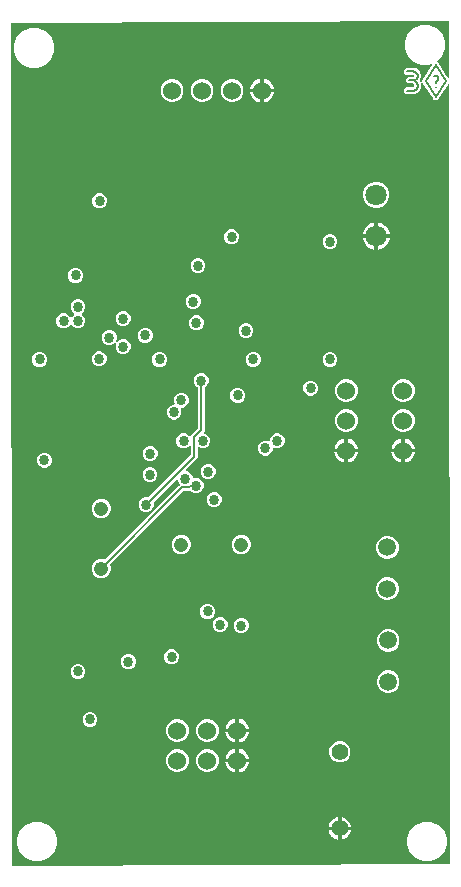
<source format=gbr>
G04 EAGLE Gerber RS-274X export*
G75*
%MOMM*%
%FSLAX66Y66*%
%LPD*%
%INEAGLE Copper Layer 15*%
%IPPOS*%
%AMOC8*
5,1,8,0,0,1.08239X$1,22.5*%
G01*
%ADD10C,0.152400*%
%ADD11C,1.524000*%
%ADD12C,1.800000*%
%ADD13C,1.508000*%
%ADD14C,1.208000*%
%ADD15C,1.408000*%
%ADD16C,0.858000*%
%ADD17C,0.203200*%

G36*
X63314756Y11733538D02*
X63314756Y11733538D01*
X63316563Y11733841D01*
X63318375Y11733641D01*
X63328647Y11735875D01*
X63339025Y11737622D01*
X63340638Y11738484D01*
X63342422Y11738872D01*
X63351444Y11744263D01*
X63360725Y11749225D01*
X63361978Y11750556D01*
X63363547Y11751494D01*
X63370384Y11759484D01*
X63377594Y11767141D01*
X63378356Y11768800D01*
X63379547Y11770191D01*
X63383484Y11779950D01*
X63387875Y11789500D01*
X63388069Y11791319D01*
X63388753Y11793013D01*
X63390613Y11809813D01*
X63326675Y77665106D01*
X63326156Y77668253D01*
X63326406Y77671438D01*
X63324169Y77680334D01*
X63322678Y77689388D01*
X63321181Y77692213D01*
X63320403Y77695303D01*
X63315450Y77703022D01*
X63311150Y77711128D01*
X63308838Y77713322D01*
X63307109Y77716013D01*
X63299947Y77721753D01*
X63293294Y77728063D01*
X63290397Y77729406D01*
X63287906Y77731403D01*
X63279294Y77734559D01*
X63270972Y77738422D01*
X63267797Y77738772D01*
X63264800Y77739872D01*
X63255638Y77740119D01*
X63246513Y77741128D01*
X63243388Y77740450D01*
X63240200Y77740534D01*
X63231428Y77737847D01*
X63222466Y77735897D01*
X63219728Y77734263D01*
X63216672Y77733325D01*
X63209206Y77727975D01*
X63201341Y77723275D01*
X63199263Y77720847D01*
X63196669Y77718988D01*
X63186100Y77705803D01*
X62460806Y76560606D01*
X62458984Y76556325D01*
X62456338Y76552500D01*
X62452003Y76539925D01*
X62451169Y76537963D01*
X62451122Y76537366D01*
X62450831Y76536522D01*
X62439003Y76483828D01*
X62408675Y76464622D01*
X62402428Y76459072D01*
X62395638Y76454203D01*
X62392378Y76450134D01*
X62390281Y76448272D01*
X62388778Y76445644D01*
X62385069Y76441016D01*
X62365863Y76410688D01*
X62313166Y76398859D01*
X62308853Y76397122D01*
X62304272Y76396288D01*
X62292300Y76390453D01*
X62290338Y76389663D01*
X62289888Y76389278D01*
X62289081Y76388884D01*
X62243459Y76359988D01*
X62208428Y76367853D01*
X62200084Y76368344D01*
X62191844Y76369703D01*
X62186644Y76369131D01*
X62183863Y76369294D01*
X62180963Y76368506D01*
X62175047Y76367853D01*
X62140016Y76359988D01*
X62094394Y76388884D01*
X62090113Y76390706D01*
X62086288Y76393353D01*
X62073713Y76397688D01*
X62071750Y76398522D01*
X62071153Y76398569D01*
X62070309Y76398859D01*
X62017616Y76410688D01*
X61998409Y76441016D01*
X61992859Y76447263D01*
X61987991Y76454053D01*
X61983922Y76457313D01*
X61982059Y76459409D01*
X61979431Y76460913D01*
X61974803Y76464622D01*
X61944475Y76483828D01*
X61932647Y76536522D01*
X61930909Y76540838D01*
X61930075Y76545413D01*
X61924244Y76557381D01*
X61923450Y76559350D01*
X61923063Y76559800D01*
X61922672Y76560606D01*
X61140459Y77795684D01*
X61134903Y77801934D01*
X61130041Y77808719D01*
X61125972Y77811981D01*
X61124109Y77814075D01*
X61121491Y77815572D01*
X61116853Y77819291D01*
X61063506Y77853072D01*
X61061816Y77854681D01*
X61054325Y77858166D01*
X61047266Y77862428D01*
X61043244Y77863322D01*
X61039503Y77865063D01*
X61031303Y77865978D01*
X61023244Y77867769D01*
X61019141Y77867334D01*
X61015044Y77867791D01*
X61006978Y77866044D01*
X60998772Y77865175D01*
X60995028Y77863456D01*
X60990994Y77862584D01*
X60983894Y77858353D01*
X60976403Y77854916D01*
X60973403Y77852094D01*
X60969856Y77849981D01*
X60964481Y77843713D01*
X60958469Y77838063D01*
X60956522Y77834431D01*
X60953838Y77831300D01*
X60950741Y77823647D01*
X60946844Y77816375D01*
X60946156Y77812309D01*
X60944609Y77808488D01*
X60944263Y77805384D01*
X60944244Y77805331D01*
X60944241Y77805175D01*
X60942872Y77792928D01*
X60942734Y77792113D01*
X60942756Y77791897D01*
X60942734Y77791691D01*
X60942734Y77455509D01*
X60746875Y77116278D01*
X60407644Y76920419D01*
X59644497Y76920419D01*
X59480831Y77084084D01*
X59480831Y77315550D01*
X59644497Y77479216D01*
X60211781Y77479216D01*
X60214953Y77479734D01*
X60221725Y77479869D01*
X60246559Y77483138D01*
X60252778Y77485013D01*
X60259238Y77485919D01*
X60266906Y77489275D01*
X60270119Y77490244D01*
X60271722Y77491381D01*
X60274719Y77492694D01*
X60317734Y77517531D01*
X60326519Y77524722D01*
X60335600Y77531809D01*
X60336241Y77532678D01*
X60336778Y77533119D01*
X60338016Y77535091D01*
X60345622Y77545419D01*
X60370459Y77588434D01*
X60374506Y77599141D01*
X60378794Y77609741D01*
X60378913Y77610797D01*
X60379159Y77611453D01*
X60379247Y77613794D01*
X60380669Y77626538D01*
X60380669Y77676203D01*
X60378831Y77687428D01*
X60377234Y77698825D01*
X60376806Y77699803D01*
X60376694Y77700491D01*
X60375603Y77702550D01*
X60370459Y77714306D01*
X60345622Y77757322D01*
X60338419Y77766122D01*
X60331344Y77775188D01*
X60330475Y77775828D01*
X60330034Y77776366D01*
X60328063Y77777603D01*
X60317734Y77785209D01*
X60274719Y77810047D01*
X60268625Y77812350D01*
X60262969Y77815553D01*
X60254847Y77817559D01*
X60251700Y77818747D01*
X60249734Y77818819D01*
X60246559Y77819603D01*
X60221728Y77822872D01*
X60218531Y77822772D01*
X60211784Y77823525D01*
X60064516Y77823525D01*
X60064488Y77823528D01*
X59825119Y77823528D01*
X59661453Y77987194D01*
X59661453Y78218659D01*
X59825119Y78382325D01*
X60302119Y78382325D01*
X60305434Y78382869D01*
X60308284Y78382997D01*
X60310072Y78382853D01*
X60311175Y78383128D01*
X60314003Y78383256D01*
X60315725Y78383528D01*
X60321878Y78385559D01*
X60326406Y78386300D01*
X60328616Y78387469D01*
X60333950Y78388797D01*
X60337072Y78390572D01*
X60339094Y78391241D01*
X60341778Y78393253D01*
X60348638Y78397156D01*
X60351463Y78399209D01*
X60353659Y78401431D01*
X60356341Y78403066D01*
X60362284Y78410147D01*
X60368775Y78416703D01*
X60370153Y78419516D01*
X60372166Y78421913D01*
X60379138Y78437306D01*
X60380216Y78440625D01*
X60380688Y78443716D01*
X60381888Y78446591D01*
X60382541Y78455800D01*
X60383941Y78464950D01*
X60383406Y78468025D01*
X60383625Y78471138D01*
X60380222Y78487691D01*
X60379144Y78491013D01*
X60377706Y78493800D01*
X60376978Y78496863D01*
X60372084Y78504706D01*
X60367866Y78512888D01*
X60365616Y78515072D01*
X60363950Y78517741D01*
X60353272Y78527481D01*
X60353106Y78527675D01*
X60352969Y78527759D01*
X60351463Y78529131D01*
X60348638Y78531184D01*
X60342391Y78534328D01*
X60341706Y78534916D01*
X60339700Y78535728D01*
X60332009Y78540347D01*
X60328547Y78541297D01*
X60326656Y78542247D01*
X60323353Y78542719D01*
X60320450Y78543516D01*
X60318894Y78544144D01*
X60317644Y78544284D01*
X60315713Y78544813D01*
X60313969Y78545088D01*
X60310613Y78545069D01*
X60302097Y78546019D01*
X59644497Y78546019D01*
X59480831Y78709684D01*
X59480831Y78941150D01*
X59644497Y79104816D01*
X60510256Y79104816D01*
X60847059Y78860116D01*
X60975709Y78464169D01*
X60846047Y78065116D01*
X60844369Y78054156D01*
X60842338Y78043322D01*
X60842516Y78042053D01*
X60842322Y78040791D01*
X60844219Y78029897D01*
X60845753Y78018950D01*
X60846372Y78017538D01*
X60846544Y78016547D01*
X60847897Y78014047D01*
X60852528Y78003469D01*
X60893800Y77931984D01*
X60899303Y77925256D01*
X60904156Y77918013D01*
X60907066Y77915772D01*
X60909384Y77912938D01*
X60916750Y77908313D01*
X60923653Y77902997D01*
X60927122Y77901800D01*
X60930225Y77899853D01*
X60938678Y77897819D01*
X60946919Y77894978D01*
X60950591Y77894950D01*
X60954150Y77894094D01*
X60962813Y77894859D01*
X60971528Y77894794D01*
X60975016Y77895938D01*
X60978666Y77896259D01*
X60986625Y77899744D01*
X60994913Y77902459D01*
X60997856Y77904659D01*
X61001209Y77906125D01*
X61007656Y77911972D01*
X61014631Y77917181D01*
X61016716Y77920191D01*
X61019434Y77922659D01*
X61023681Y77930259D01*
X61028634Y77937419D01*
X61030169Y77941875D01*
X61031438Y77944144D01*
X61032016Y77947234D01*
X61034141Y77953397D01*
X61043688Y77995931D01*
X61044175Y78004259D01*
X61045538Y78012513D01*
X61045103Y78016469D01*
X61045216Y78017488D01*
X61045009Y78018447D01*
X61045128Y78020497D01*
X61044338Y78023397D01*
X61043688Y78029309D01*
X61035822Y78064338D01*
X61064716Y78109956D01*
X61066534Y78114228D01*
X61069184Y78118059D01*
X61073525Y78130650D01*
X61074353Y78132600D01*
X61074400Y78133194D01*
X61074691Y78134038D01*
X61086519Y78186734D01*
X61116853Y78205944D01*
X61123100Y78211497D01*
X61129891Y78216366D01*
X61133159Y78220444D01*
X61135244Y78222297D01*
X61136738Y78224906D01*
X61140459Y78229550D01*
X61862419Y79369494D01*
X61862950Y79370741D01*
X61863816Y79371788D01*
X61867763Y79382050D01*
X61872056Y79392138D01*
X61872163Y79393488D01*
X61872650Y79394756D01*
X61873119Y79405713D01*
X61873975Y79416672D01*
X61873644Y79417994D01*
X61873700Y79419344D01*
X61870656Y79429869D01*
X61867972Y79440538D01*
X61867241Y79441678D01*
X61866863Y79442981D01*
X61860619Y79451994D01*
X61854678Y79461247D01*
X61853619Y79462097D01*
X61852847Y79463209D01*
X61844031Y79469778D01*
X61835475Y79476638D01*
X61834206Y79477103D01*
X61833116Y79477916D01*
X61822641Y79481341D01*
X61812369Y79485106D01*
X61811019Y79485144D01*
X61809725Y79485566D01*
X61798694Y79485475D01*
X61787769Y79485769D01*
X61786478Y79485375D01*
X61785116Y79485363D01*
X61768881Y79480666D01*
X61606572Y79413431D01*
X60938941Y79413431D01*
X60322131Y79668922D01*
X59850050Y80141003D01*
X59594559Y80757813D01*
X59594559Y81425447D01*
X59850050Y82042256D01*
X60322131Y82514338D01*
X60938941Y82769828D01*
X61606575Y82769828D01*
X62223384Y82514338D01*
X62695466Y82042256D01*
X62950956Y81425447D01*
X62950956Y80757813D01*
X62695466Y80141003D01*
X62303000Y79748541D01*
X62296528Y79739538D01*
X62289797Y79730797D01*
X62289384Y79729597D01*
X62288638Y79728559D01*
X62285378Y79717978D01*
X62281775Y79707531D01*
X62281766Y79706256D01*
X62281391Y79705041D01*
X62281672Y79693969D01*
X62281591Y79682925D01*
X62281988Y79681719D01*
X62282019Y79680441D01*
X62285813Y79670044D01*
X62289256Y79659541D01*
X62290019Y79658519D01*
X62290456Y79657322D01*
X62297384Y79648650D01*
X62303978Y79639819D01*
X62305019Y79639100D01*
X62305819Y79638097D01*
X62315144Y79632094D01*
X62324216Y79625816D01*
X62325675Y79625313D01*
X62326509Y79624775D01*
X62329238Y79624084D01*
X62340191Y79620309D01*
X62365863Y79614547D01*
X62385069Y79584219D01*
X62390619Y79577972D01*
X62395488Y79571181D01*
X62399556Y79567922D01*
X62401419Y79565825D01*
X62404047Y79564322D01*
X62408675Y79560613D01*
X62439003Y79541406D01*
X62450831Y79488713D01*
X62452569Y79484397D01*
X62453403Y79479822D01*
X62459234Y79467853D01*
X62460028Y79465884D01*
X62460416Y79465434D01*
X62460806Y79464628D01*
X63185422Y78320500D01*
X63187594Y78318056D01*
X63189122Y78315175D01*
X63195716Y78308922D01*
X63201772Y78302109D01*
X63204613Y78300484D01*
X63206978Y78298241D01*
X63215238Y78294409D01*
X63223134Y78289891D01*
X63226334Y78289256D01*
X63229300Y78287881D01*
X63238341Y78286881D01*
X63247275Y78285113D01*
X63250519Y78285534D01*
X63253759Y78285175D01*
X63262647Y78287109D01*
X63271678Y78288281D01*
X63274613Y78289713D01*
X63277806Y78290406D01*
X63285631Y78295081D01*
X63293800Y78299063D01*
X63296122Y78301350D01*
X63298931Y78303028D01*
X63304853Y78309947D01*
X63311334Y78316331D01*
X63312809Y78319247D01*
X63314931Y78321725D01*
X63318334Y78330166D01*
X63322447Y78338288D01*
X63322916Y78341519D01*
X63324138Y78344547D01*
X63325997Y78361347D01*
X63321503Y82992497D01*
X63321163Y82994572D01*
X63321384Y82996653D01*
X63319175Y83006641D01*
X63317506Y83016778D01*
X63316522Y83018634D01*
X63316069Y83020681D01*
X63310781Y83029459D01*
X63305978Y83038519D01*
X63304456Y83039963D01*
X63303372Y83041763D01*
X63295547Y83048409D01*
X63288122Y83055453D01*
X63286222Y83056334D01*
X63284619Y83057697D01*
X63275081Y83061506D01*
X63265800Y83065813D01*
X63263716Y83066044D01*
X63261766Y83066822D01*
X63244959Y83068622D01*
X26303141Y82902278D01*
X26301334Y82901975D01*
X26299522Y82902175D01*
X26289250Y82899941D01*
X26278872Y82898194D01*
X26277259Y82897331D01*
X26275475Y82896944D01*
X26266453Y82891553D01*
X26257172Y82886591D01*
X26255919Y82885259D01*
X26254350Y82884322D01*
X26247513Y82876331D01*
X26240303Y82868675D01*
X26239541Y82867016D01*
X26238350Y82865625D01*
X26234413Y82855866D01*
X26230022Y82846316D01*
X26229828Y82844497D01*
X26229144Y82842803D01*
X26227284Y82826003D01*
X26296397Y11643322D01*
X26296738Y11641247D01*
X26296516Y11639166D01*
X26298725Y11629178D01*
X26300394Y11619041D01*
X26301378Y11617184D01*
X26301831Y11615138D01*
X26307119Y11606359D01*
X26311922Y11597300D01*
X26313444Y11595856D01*
X26314528Y11594056D01*
X26322353Y11587409D01*
X26329778Y11580366D01*
X26331678Y11579484D01*
X26333281Y11578122D01*
X26342819Y11574313D01*
X26352100Y11570006D01*
X26354184Y11569775D01*
X26356134Y11568997D01*
X26372941Y11567197D01*
X63314756Y11733538D01*
G37*
%LPC*%
G36*
X33706016Y35937763D02*
X33706016Y35937763D01*
X33409338Y36060653D01*
X33182272Y36287719D01*
X33059381Y36584397D01*
X33059381Y36905525D01*
X33182272Y37202203D01*
X33409338Y37429269D01*
X33706016Y37552159D01*
X34027141Y37552159D01*
X34132541Y37508500D01*
X34143931Y37505828D01*
X34155191Y37502978D01*
X34155856Y37503028D01*
X34156500Y37502878D01*
X34168075Y37503969D01*
X34179725Y37504863D01*
X34180338Y37505122D01*
X34181000Y37505184D01*
X34191681Y37509931D01*
X34202384Y37514469D01*
X34203003Y37514963D01*
X34203488Y37515178D01*
X34204941Y37516513D01*
X34215584Y37525019D01*
X40421594Y43731028D01*
X40512103Y43821534D01*
X40513250Y43823128D01*
X40514784Y43824356D01*
X40520000Y43832453D01*
X40520628Y43833116D01*
X40520997Y43833906D01*
X40526466Y43841516D01*
X40527044Y43843394D01*
X40528109Y43845047D01*
X40530409Y43854138D01*
X40531009Y43855428D01*
X40531156Y43856734D01*
X40533713Y43865034D01*
X40533663Y43867000D01*
X40534144Y43868903D01*
X40533478Y43877566D01*
X40533738Y43879888D01*
X40533278Y43882003D01*
X40533084Y43889634D01*
X40532409Y43891484D01*
X40532259Y43893441D01*
X40529284Y43900456D01*
X40528531Y43903938D01*
X40526813Y43906822D01*
X40524647Y43912753D01*
X40523419Y43914288D01*
X40522653Y43916097D01*
X40517253Y43922856D01*
X40515928Y43925075D01*
X40514497Y43926303D01*
X40512103Y43929297D01*
X40438616Y44002781D01*
X40338253Y44245084D01*
X40335844Y44248969D01*
X40334278Y44253263D01*
X40329397Y44259372D01*
X40325288Y44266000D01*
X40321775Y44268909D01*
X40318916Y44272488D01*
X40312350Y44276716D01*
X40306334Y44281697D01*
X40302059Y44283341D01*
X40298225Y44285809D01*
X40290659Y44287725D01*
X40283366Y44290528D01*
X40278806Y44290725D01*
X40274366Y44291847D01*
X40266566Y44291247D01*
X40258778Y44291581D01*
X40254394Y44290313D01*
X40249831Y44289963D01*
X40242638Y44286913D01*
X40235138Y44284744D01*
X40231381Y44282141D01*
X40227172Y44280356D01*
X40216531Y44271853D01*
X40214909Y44270728D01*
X40214591Y44270300D01*
X40213972Y44269806D01*
X38319016Y42374850D01*
X38312219Y42365394D01*
X38305244Y42356034D01*
X38305038Y42355403D01*
X38304653Y42354869D01*
X38301216Y42343716D01*
X38297597Y42332644D01*
X38297603Y42331988D01*
X38297406Y42331350D01*
X38297706Y42319603D01*
X38297803Y42308038D01*
X38298022Y42307284D01*
X38298034Y42306750D01*
X38298716Y42304884D01*
X38302500Y42291803D01*
X38305097Y42285534D01*
X38305097Y42034028D01*
X38208850Y41801669D01*
X38031013Y41623831D01*
X37798653Y41527584D01*
X37547144Y41527584D01*
X37314784Y41623831D01*
X37136947Y41801669D01*
X37040700Y42034028D01*
X37040700Y42285538D01*
X37136947Y42517897D01*
X37314784Y42695734D01*
X37547144Y42791981D01*
X37798650Y42791981D01*
X37804919Y42789384D01*
X37816281Y42786716D01*
X37827572Y42783859D01*
X37828234Y42783909D01*
X37828875Y42783759D01*
X37840516Y42784853D01*
X37852106Y42785744D01*
X37852709Y42786000D01*
X37853378Y42786063D01*
X37864147Y42790847D01*
X37874766Y42795350D01*
X37875378Y42795841D01*
X37875866Y42796056D01*
X37877325Y42797394D01*
X37887966Y42805900D01*
X41407881Y46325819D01*
X41413178Y46333191D01*
X41419097Y46340091D01*
X41420328Y46343134D01*
X41422244Y46345800D01*
X41424922Y46354488D01*
X41428325Y46362903D01*
X41428784Y46367031D01*
X41429491Y46369319D01*
X41429406Y46372597D01*
X41430200Y46379700D01*
X41430200Y47057775D01*
X41429047Y47064828D01*
X41428863Y47071997D01*
X41427069Y47076916D01*
X41426225Y47082063D01*
X41422881Y47088381D01*
X41420425Y47095113D01*
X41417159Y47099197D01*
X41414719Y47103813D01*
X41409531Y47108744D01*
X41405059Y47114338D01*
X41400669Y47117166D01*
X41396881Y47120766D01*
X41390391Y47123784D01*
X41384372Y47127663D01*
X41379303Y47128944D01*
X41374569Y47131147D01*
X41367459Y47131941D01*
X41360513Y47133697D01*
X41355297Y47133297D01*
X41350109Y47133875D01*
X41343116Y47132359D01*
X41335975Y47131813D01*
X41331169Y47129775D01*
X41326059Y47128669D01*
X41319903Y47124997D01*
X41313319Y47122206D01*
X41307731Y47117741D01*
X41304922Y47116066D01*
X41303369Y47114253D01*
X41300119Y47111656D01*
X41201313Y47012847D01*
X40968953Y46916600D01*
X40717444Y46916600D01*
X40485084Y47012847D01*
X40307247Y47190684D01*
X40211000Y47423044D01*
X40211000Y47674553D01*
X40307247Y47906913D01*
X40485084Y48084750D01*
X40717444Y48180997D01*
X40968953Y48180997D01*
X41201313Y48084750D01*
X41314750Y47971313D01*
X41316347Y47970166D01*
X41317572Y47968631D01*
X41326313Y47963000D01*
X41334731Y47956950D01*
X41336603Y47956372D01*
X41338259Y47955306D01*
X41348341Y47952756D01*
X41358250Y47949703D01*
X41360216Y47949753D01*
X41362119Y47949272D01*
X41372456Y47950066D01*
X41382850Y47950331D01*
X41384700Y47951006D01*
X41386653Y47951156D01*
X41396200Y47955203D01*
X41405969Y47958769D01*
X41407503Y47959997D01*
X41409313Y47960763D01*
X41422513Y47971313D01*
X41631063Y48179866D01*
X42001981Y48550784D01*
X42006813Y48557506D01*
X42006822Y48557516D01*
X42006825Y48557525D01*
X42007278Y48558156D01*
X42013197Y48565056D01*
X42014428Y48568100D01*
X42016344Y48570766D01*
X42019022Y48579453D01*
X42022425Y48587869D01*
X42022884Y48591997D01*
X42023591Y48594284D01*
X42023506Y48597563D01*
X42024300Y48604666D01*
X42024300Y52048450D01*
X42022413Y52059988D01*
X42020731Y52071494D01*
X42020431Y52072084D01*
X42020325Y52072738D01*
X42014884Y52083025D01*
X42009600Y52093441D01*
X42009125Y52093906D01*
X42008819Y52094488D01*
X42000400Y52102488D01*
X41992053Y52110697D01*
X41991366Y52111075D01*
X41990981Y52111441D01*
X41989197Y52112269D01*
X41977253Y52118853D01*
X41970981Y52121450D01*
X41793147Y52299284D01*
X41696900Y52531644D01*
X41696900Y52783153D01*
X41793147Y53015513D01*
X41970984Y53193350D01*
X42203344Y53289597D01*
X42454853Y53289597D01*
X42687213Y53193350D01*
X42865050Y53015513D01*
X42961297Y52783153D01*
X42961297Y52531644D01*
X42865050Y52299284D01*
X42687216Y52121450D01*
X42680944Y52118853D01*
X42671022Y52112706D01*
X42661019Y52106741D01*
X42660591Y52106241D01*
X42660025Y52105891D01*
X42652575Y52096894D01*
X42645000Y52088059D01*
X42644750Y52087444D01*
X42644331Y52086938D01*
X42640147Y52076059D01*
X42635772Y52065247D01*
X42635684Y52064466D01*
X42635494Y52063969D01*
X42635409Y52061997D01*
X42633897Y52048450D01*
X42633897Y48320597D01*
X42604300Y48291003D01*
X42601631Y48287288D01*
X42598266Y48284200D01*
X42594497Y48277363D01*
X42589938Y48271019D01*
X42588591Y48266650D01*
X42586384Y48262647D01*
X42584994Y48254975D01*
X42582691Y48247503D01*
X42582806Y48242922D01*
X42581994Y48238434D01*
X42583119Y48230722D01*
X42583319Y48222900D01*
X42584888Y48218600D01*
X42585547Y48214084D01*
X42589078Y48207119D01*
X42591756Y48199781D01*
X42594606Y48196216D01*
X42596675Y48192134D01*
X42602247Y48186653D01*
X42607119Y48180559D01*
X42610963Y48178084D01*
X42614222Y48174878D01*
X42626159Y48168297D01*
X42627809Y48167234D01*
X42628322Y48167103D01*
X42629022Y48166719D01*
X42826913Y48084750D01*
X43004750Y47906913D01*
X43100997Y47674553D01*
X43100997Y47423044D01*
X43004750Y47190684D01*
X42826913Y47012847D01*
X42594553Y46916600D01*
X42343044Y46916600D01*
X42145156Y46998569D01*
X42140713Y46999613D01*
X42136566Y47001541D01*
X42128803Y47002406D01*
X42121200Y47004191D01*
X42116647Y47003763D01*
X42112106Y47004269D01*
X42104472Y47002616D01*
X42096700Y47001884D01*
X42092528Y47000031D01*
X42088056Y46999063D01*
X42081341Y46995059D01*
X42074213Y46991891D01*
X42070847Y46988800D01*
X42066919Y46986459D01*
X42061834Y46980531D01*
X42056081Y46975250D01*
X42053875Y46971247D01*
X42050900Y46967778D01*
X42047972Y46960538D01*
X42044200Y46953697D01*
X42043384Y46949200D01*
X42041672Y46944966D01*
X42040159Y46931413D01*
X42039809Y46929484D01*
X42039884Y46928963D01*
X42039797Y46928169D01*
X42039797Y46095628D01*
X41838934Y45894766D01*
X41065656Y45121491D01*
X41062988Y45117778D01*
X41059622Y45114688D01*
X41055853Y45107853D01*
X41051294Y45101509D01*
X41049947Y45097141D01*
X41047741Y45093138D01*
X41046347Y45085459D01*
X41044047Y45077991D01*
X41044163Y45073413D01*
X41043350Y45068925D01*
X41044475Y45061213D01*
X41044675Y45053391D01*
X41046244Y45049094D01*
X41046903Y45044572D01*
X41050434Y45037609D01*
X41053113Y45030272D01*
X41055969Y45026697D01*
X41058034Y45022625D01*
X41063588Y45017163D01*
X41068475Y45011047D01*
X41072328Y45008566D01*
X41075578Y45005369D01*
X41087516Y44998788D01*
X41089166Y44997725D01*
X41089678Y44997594D01*
X41090378Y44997209D01*
X41332681Y44896847D01*
X41510519Y44719009D01*
X41606766Y44486650D01*
X41606766Y44442750D01*
X41607503Y44438238D01*
X41607309Y44433675D01*
X41609478Y44426178D01*
X41610741Y44418463D01*
X41612878Y44414422D01*
X41614147Y44410034D01*
X41618597Y44403613D01*
X41622247Y44396713D01*
X41625556Y44393566D01*
X41628163Y44389806D01*
X41634422Y44385141D01*
X41640084Y44379759D01*
X41644231Y44377831D01*
X41647894Y44375100D01*
X41655316Y44372672D01*
X41662397Y44369378D01*
X41666938Y44368872D01*
X41671284Y44367450D01*
X41679106Y44367516D01*
X41686856Y44366650D01*
X41691316Y44367616D01*
X41695891Y44367653D01*
X41708969Y44371438D01*
X41710906Y44371856D01*
X41711366Y44372131D01*
X41712125Y44372350D01*
X41780053Y44400488D01*
X42031563Y44400488D01*
X42263922Y44304241D01*
X42441759Y44126403D01*
X42538006Y43894044D01*
X42538006Y43642534D01*
X42441759Y43410175D01*
X42263922Y43232338D01*
X42031563Y43136091D01*
X41780053Y43136091D01*
X41547694Y43232338D01*
X41480056Y43299975D01*
X41472684Y43305272D01*
X41465784Y43311191D01*
X41462741Y43312422D01*
X41460075Y43314338D01*
X41451388Y43317016D01*
X41442972Y43320419D01*
X41438844Y43320878D01*
X41436556Y43321584D01*
X41433278Y43321500D01*
X41426175Y43322294D01*
X40906528Y43322294D01*
X40897569Y43320828D01*
X40888506Y43320131D01*
X40885481Y43318850D01*
X40882241Y43318319D01*
X40874213Y43314072D01*
X40865847Y43310525D01*
X40862594Y43307925D01*
X40860491Y43306813D01*
X40858244Y43304447D01*
X40852647Y43299975D01*
X34646638Y37093966D01*
X34639853Y37084528D01*
X34632869Y37075156D01*
X34632663Y37074522D01*
X34632275Y37073984D01*
X34628847Y37062859D01*
X34625219Y37051766D01*
X34625225Y37051103D01*
X34625028Y37050466D01*
X34625325Y37038813D01*
X34625422Y37027159D01*
X34625644Y37026397D01*
X34625656Y37025866D01*
X34626331Y37024019D01*
X34630119Y37010922D01*
X34673778Y36905522D01*
X34673778Y36584397D01*
X34550888Y36287719D01*
X34323822Y36060653D01*
X34027144Y35937763D01*
X33706016Y35937763D01*
G37*
%LPD*%
%LPC*%
G36*
X61108259Y11953166D02*
X61108259Y11953166D01*
X60491450Y12208656D01*
X60019369Y12680738D01*
X59763878Y13297547D01*
X59763878Y13965181D01*
X60019369Y14581991D01*
X60491450Y15054072D01*
X61108259Y15309563D01*
X61775894Y15309563D01*
X62392703Y15054072D01*
X62864784Y14581991D01*
X63120275Y13965181D01*
X63120275Y13297547D01*
X62864784Y12680738D01*
X62392703Y12208656D01*
X61775894Y11953166D01*
X61108259Y11953166D01*
G37*
%LPD*%
%LPC*%
G36*
X28103366Y11953169D02*
X28103366Y11953169D01*
X27486556Y12208659D01*
X27014475Y12680741D01*
X26758984Y13297550D01*
X26758984Y13965184D01*
X27014475Y14581994D01*
X27486556Y15054075D01*
X28103366Y15309566D01*
X28771000Y15309566D01*
X29387809Y15054075D01*
X29859891Y14581994D01*
X30115381Y13965184D01*
X30115381Y13297550D01*
X29859891Y12680741D01*
X29387809Y12208659D01*
X28771000Y11953169D01*
X28103366Y11953169D01*
G37*
%LPD*%
%LPC*%
G36*
X27849391Y79159459D02*
X27849391Y79159459D01*
X27232581Y79414950D01*
X26760500Y79887031D01*
X26505009Y80503841D01*
X26505009Y81171475D01*
X26760500Y81788284D01*
X27232581Y82260366D01*
X27849391Y82515856D01*
X28517025Y82515856D01*
X29133834Y82260366D01*
X29605916Y81788284D01*
X29861406Y81171475D01*
X29861406Y80503841D01*
X29605916Y79887031D01*
X29133834Y79414950D01*
X28517025Y79159459D01*
X27849391Y79159459D01*
G37*
%LPD*%
%LPC*%
G36*
X56931191Y67293281D02*
X56931191Y67293281D01*
X56525719Y67461234D01*
X56215388Y67771566D01*
X56047434Y68177038D01*
X56047434Y68615922D01*
X56215388Y69021394D01*
X56525719Y69331725D01*
X56931191Y69499678D01*
X57370075Y69499678D01*
X57775547Y69331725D01*
X58085878Y69021394D01*
X58253831Y68615922D01*
X58253831Y68177038D01*
X58085878Y67771566D01*
X57775547Y67461234D01*
X57370075Y67293281D01*
X56931191Y67293281D01*
G37*
%LPD*%
%LPC*%
G36*
X30557444Y57076600D02*
X30557444Y57076600D01*
X30325084Y57172847D01*
X30147247Y57350684D01*
X30051000Y57583044D01*
X30051000Y57834553D01*
X30147247Y58066913D01*
X30325084Y58244750D01*
X30557444Y58340997D01*
X30808953Y58340997D01*
X31041313Y58244750D01*
X31219150Y58066913D01*
X31222400Y58059066D01*
X31226172Y58052978D01*
X31229084Y58046431D01*
X31232619Y58042581D01*
X31235366Y58038150D01*
X31240878Y58033584D01*
X31245728Y58028303D01*
X31250300Y58025781D01*
X31254319Y58022456D01*
X31261000Y58019888D01*
X31267281Y58016425D01*
X31272422Y58015494D01*
X31277288Y58013622D01*
X31284444Y58013316D01*
X31291497Y58012038D01*
X31296663Y58012791D01*
X31301875Y58012569D01*
X31308750Y58014556D01*
X31315847Y58015594D01*
X31320509Y58017959D01*
X31325516Y58019406D01*
X31331397Y58023481D01*
X31337794Y58026725D01*
X31341453Y58030447D01*
X31345744Y58033419D01*
X31350025Y58039163D01*
X31355047Y58044272D01*
X31358503Y58050544D01*
X31360447Y58053153D01*
X31361188Y58055419D01*
X31363203Y58059075D01*
X31366450Y58066916D01*
X31544281Y58244747D01*
X31552122Y58247994D01*
X31558213Y58251769D01*
X31564759Y58254678D01*
X31568603Y58258206D01*
X31573041Y58260956D01*
X31577613Y58266478D01*
X31582888Y58271319D01*
X31585406Y58275888D01*
X31588738Y58279909D01*
X31591313Y58286597D01*
X31594769Y58292869D01*
X31595700Y58298000D01*
X31597575Y58302875D01*
X31597884Y58310044D01*
X31599159Y58317084D01*
X31598406Y58322241D01*
X31598631Y58327463D01*
X31596641Y58334350D01*
X31595606Y58341434D01*
X31593247Y58346084D01*
X31591797Y58351103D01*
X31587709Y58357003D01*
X31584475Y58363381D01*
X31580759Y58367034D01*
X31577784Y58371331D01*
X31572034Y58375616D01*
X31566931Y58380638D01*
X31560672Y58384088D01*
X31558053Y58386041D01*
X31555784Y58386784D01*
X31552131Y58388797D01*
X31544284Y58392047D01*
X31366447Y58569884D01*
X31270200Y58802244D01*
X31270200Y59053753D01*
X31366447Y59286113D01*
X31544284Y59463950D01*
X31776644Y59560197D01*
X32028153Y59560197D01*
X32260513Y59463950D01*
X32438350Y59286113D01*
X32534597Y59053753D01*
X32534597Y58802244D01*
X32438350Y58569884D01*
X32260513Y58392047D01*
X32252666Y58388797D01*
X32246578Y58385025D01*
X32240031Y58382113D01*
X32236181Y58378578D01*
X32231750Y58375831D01*
X32227184Y58370319D01*
X32221903Y58365469D01*
X32219381Y58360897D01*
X32216056Y58356878D01*
X32213488Y58350197D01*
X32210025Y58343916D01*
X32209094Y58338775D01*
X32207222Y58333909D01*
X32206916Y58326753D01*
X32205638Y58319700D01*
X32206391Y58314534D01*
X32206169Y58309322D01*
X32208156Y58302447D01*
X32209194Y58295350D01*
X32211559Y58290688D01*
X32213006Y58285681D01*
X32217081Y58279800D01*
X32220325Y58273403D01*
X32224047Y58269744D01*
X32227019Y58265453D01*
X32232763Y58261172D01*
X32237872Y58256150D01*
X32244144Y58252694D01*
X32246753Y58250750D01*
X32249019Y58250009D01*
X32252675Y58247994D01*
X32260516Y58244747D01*
X32438350Y58066913D01*
X32534597Y57834553D01*
X32534597Y57583044D01*
X32438350Y57350684D01*
X32260513Y57172847D01*
X32028153Y57076600D01*
X31776644Y57076600D01*
X31544284Y57172847D01*
X31366450Y57350681D01*
X31363203Y57358522D01*
X31359428Y57364613D01*
X31356519Y57371159D01*
X31352991Y57375003D01*
X31350241Y57379441D01*
X31344719Y57384013D01*
X31339878Y57389288D01*
X31335309Y57391806D01*
X31331288Y57395138D01*
X31324600Y57397713D01*
X31318328Y57401169D01*
X31313197Y57402100D01*
X31308322Y57403975D01*
X31301153Y57404284D01*
X31294113Y57405559D01*
X31288956Y57404806D01*
X31283734Y57405031D01*
X31276847Y57403041D01*
X31269763Y57402006D01*
X31265113Y57399647D01*
X31260094Y57398197D01*
X31254194Y57394109D01*
X31247816Y57390875D01*
X31244163Y57387159D01*
X31239866Y57384184D01*
X31235581Y57378434D01*
X31230559Y57373331D01*
X31227109Y57367072D01*
X31225156Y57364453D01*
X31224413Y57362184D01*
X31222400Y57358531D01*
X31219150Y57350684D01*
X31041313Y57172847D01*
X30808953Y57076600D01*
X30557444Y57076600D01*
G37*
%LPD*%
%LPC*%
G36*
X40109497Y19523481D02*
X40109497Y19523481D01*
X39754747Y19670425D01*
X39483234Y19941938D01*
X39336291Y20296688D01*
X39336291Y20680672D01*
X39483234Y21035422D01*
X39754747Y21306934D01*
X40109497Y21453878D01*
X40493481Y21453878D01*
X40848231Y21306934D01*
X41119744Y21035422D01*
X41266688Y20680672D01*
X41266688Y20296688D01*
X41119744Y19941938D01*
X40848231Y19670425D01*
X40493481Y19523481D01*
X40109497Y19523481D01*
G37*
%LPD*%
%LPC*%
G36*
X42649497Y19523481D02*
X42649497Y19523481D01*
X42294747Y19670425D01*
X42023234Y19941938D01*
X41876291Y20296688D01*
X41876291Y20680672D01*
X42023234Y21035422D01*
X42294747Y21306934D01*
X42649497Y21453878D01*
X43033481Y21453878D01*
X43388231Y21306934D01*
X43659744Y21035422D01*
X43806688Y20680672D01*
X43806688Y20296688D01*
X43659744Y19941938D01*
X43388231Y19670425D01*
X43033481Y19523481D01*
X42649497Y19523481D01*
G37*
%LPD*%
%LPC*%
G36*
X59244794Y50850825D02*
X59244794Y50850825D01*
X58890044Y50997769D01*
X58618531Y51269281D01*
X58471588Y51624031D01*
X58471588Y52008016D01*
X58618531Y52362766D01*
X58890044Y52634278D01*
X59244794Y52781222D01*
X59628778Y52781222D01*
X59983528Y52634278D01*
X60255041Y52362766D01*
X60401984Y52008016D01*
X60401984Y51624031D01*
X60255041Y51269281D01*
X59983528Y50997769D01*
X59628778Y50850825D01*
X59244794Y50850825D01*
G37*
%LPD*%
%LPC*%
G36*
X42215541Y76248794D02*
X42215541Y76248794D01*
X41860791Y76395738D01*
X41589278Y76667250D01*
X41442334Y77022000D01*
X41442334Y77405984D01*
X41589278Y77760734D01*
X41860791Y78032247D01*
X42215541Y78179191D01*
X42599525Y78179191D01*
X42954275Y78032247D01*
X43225788Y77760734D01*
X43372731Y77405984D01*
X43372731Y77022000D01*
X43225788Y76667250D01*
X42954275Y76395738D01*
X42599525Y76248794D01*
X42215541Y76248794D01*
G37*
%LPD*%
%LPC*%
G36*
X40109497Y22063481D02*
X40109497Y22063481D01*
X39754747Y22210425D01*
X39483234Y22481938D01*
X39336291Y22836688D01*
X39336291Y23220672D01*
X39483234Y23575422D01*
X39754747Y23846934D01*
X40109497Y23993878D01*
X40493481Y23993878D01*
X40848231Y23846934D01*
X41119744Y23575422D01*
X41266688Y23220672D01*
X41266688Y22836688D01*
X41119744Y22481938D01*
X40848231Y22210425D01*
X40493481Y22063481D01*
X40109497Y22063481D01*
G37*
%LPD*%
%LPC*%
G36*
X42649497Y22063481D02*
X42649497Y22063481D01*
X42294747Y22210425D01*
X42023234Y22481938D01*
X41876291Y22836688D01*
X41876291Y23220672D01*
X42023234Y23575422D01*
X42294747Y23846934D01*
X42649497Y23993878D01*
X43033481Y23993878D01*
X43388231Y23846934D01*
X43659744Y23575422D01*
X43806688Y23220672D01*
X43806688Y22836688D01*
X43659744Y22481938D01*
X43388231Y22210425D01*
X43033481Y22063481D01*
X42649497Y22063481D01*
G37*
%LPD*%
%LPC*%
G36*
X54418894Y50850825D02*
X54418894Y50850825D01*
X54064144Y50997769D01*
X53792631Y51269281D01*
X53645688Y51624031D01*
X53645688Y52008016D01*
X53792631Y52362766D01*
X54064144Y52634278D01*
X54418894Y52781222D01*
X54802878Y52781222D01*
X55157628Y52634278D01*
X55429141Y52362766D01*
X55576084Y52008016D01*
X55576084Y51624031D01*
X55429141Y51269281D01*
X55157628Y50997769D01*
X54802878Y50850825D01*
X54418894Y50850825D01*
G37*
%LPD*%
%LPC*%
G36*
X44755541Y76248794D02*
X44755541Y76248794D01*
X44400791Y76395738D01*
X44129278Y76667250D01*
X43982334Y77022000D01*
X43982334Y77405984D01*
X44129278Y77760734D01*
X44400791Y78032247D01*
X44755541Y78179191D01*
X45139525Y78179191D01*
X45494275Y78032247D01*
X45765788Y77760734D01*
X45912731Y77405984D01*
X45912731Y77022000D01*
X45765788Y76667250D01*
X45494275Y76395738D01*
X45139525Y76248794D01*
X44755541Y76248794D01*
G37*
%LPD*%
%LPC*%
G36*
X59244794Y48310825D02*
X59244794Y48310825D01*
X58890044Y48457769D01*
X58618531Y48729281D01*
X58471588Y49084031D01*
X58471588Y49468016D01*
X58618531Y49822766D01*
X58890044Y50094278D01*
X59244794Y50241222D01*
X59628778Y50241222D01*
X59983528Y50094278D01*
X60255041Y49822766D01*
X60401984Y49468016D01*
X60401984Y49084031D01*
X60255041Y48729281D01*
X59983528Y48457769D01*
X59628778Y48310825D01*
X59244794Y48310825D01*
G37*
%LPD*%
%LPC*%
G36*
X39675541Y76248794D02*
X39675541Y76248794D01*
X39320791Y76395738D01*
X39049278Y76667250D01*
X38902334Y77022000D01*
X38902334Y77405984D01*
X39049278Y77760734D01*
X39320791Y78032247D01*
X39675541Y78179191D01*
X40059525Y78179191D01*
X40414275Y78032247D01*
X40685788Y77760734D01*
X40832731Y77405984D01*
X40832731Y77022000D01*
X40685788Y76667250D01*
X40414275Y76395738D01*
X40059525Y76248794D01*
X39675541Y76248794D01*
G37*
%LPD*%
%LPC*%
G36*
X54418894Y48310825D02*
X54418894Y48310825D01*
X54064144Y48457769D01*
X53792631Y48729281D01*
X53645688Y49084031D01*
X53645688Y49468016D01*
X53792631Y49822766D01*
X54064144Y50094278D01*
X54418894Y50241222D01*
X54802878Y50241222D01*
X55157628Y50094278D01*
X55429141Y49822766D01*
X55576084Y49468016D01*
X55576084Y49084031D01*
X55429141Y48729281D01*
X55157628Y48457769D01*
X54802878Y48310825D01*
X54418894Y48310825D01*
G37*
%LPD*%
%LPC*%
G36*
X57891472Y34072800D02*
X57891472Y34072800D01*
X57539663Y34218525D01*
X57270400Y34487788D01*
X57124675Y34839597D01*
X57124675Y35220400D01*
X57270400Y35572209D01*
X57539663Y35841472D01*
X57891472Y35987197D01*
X58272275Y35987197D01*
X58624084Y35841472D01*
X58893347Y35572209D01*
X59039072Y35220400D01*
X59039072Y34839597D01*
X58893347Y34487788D01*
X58624084Y34218525D01*
X58272275Y34072800D01*
X57891472Y34072800D01*
G37*
%LPD*%
%LPC*%
G36*
X57969781Y29695903D02*
X57969781Y29695903D01*
X57617972Y29841628D01*
X57348709Y30110891D01*
X57202984Y30462700D01*
X57202984Y30843503D01*
X57348709Y31195313D01*
X57617972Y31464575D01*
X57969781Y31610300D01*
X58350584Y31610300D01*
X58702394Y31464575D01*
X58971656Y31195313D01*
X59117381Y30843503D01*
X59117381Y30462700D01*
X58971656Y30110891D01*
X58702394Y29841628D01*
X58350584Y29695903D01*
X57969781Y29695903D01*
G37*
%LPD*%
%LPC*%
G36*
X57891472Y37572800D02*
X57891472Y37572800D01*
X57539663Y37718525D01*
X57270400Y37987788D01*
X57124675Y38339597D01*
X57124675Y38720400D01*
X57270400Y39072209D01*
X57539663Y39341472D01*
X57891472Y39487197D01*
X58272275Y39487197D01*
X58624084Y39341472D01*
X58893347Y39072209D01*
X59039072Y38720400D01*
X59039072Y38339597D01*
X58893347Y37987788D01*
X58624084Y37718525D01*
X58272275Y37572800D01*
X57891472Y37572800D01*
G37*
%LPD*%
%LPC*%
G36*
X57969781Y26195903D02*
X57969781Y26195903D01*
X57617972Y26341628D01*
X57348709Y26610891D01*
X57202984Y26962700D01*
X57202984Y27343503D01*
X57348709Y27695313D01*
X57617972Y27964575D01*
X57969781Y28110300D01*
X58350584Y28110300D01*
X58702394Y27964575D01*
X58971656Y27695313D01*
X59117381Y27343503D01*
X59117381Y26962700D01*
X58971656Y26610891D01*
X58702394Y26341628D01*
X58350584Y26195903D01*
X57969781Y26195903D01*
G37*
%LPD*%
%LPC*%
G36*
X53879428Y20334506D02*
X53879428Y20334506D01*
X53545994Y20472619D01*
X53290797Y20727816D01*
X53152684Y21061250D01*
X53152684Y21422159D01*
X53290797Y21755594D01*
X53545994Y22010791D01*
X53879428Y22148903D01*
X54240338Y22148903D01*
X54573772Y22010791D01*
X54828969Y21755594D01*
X54967081Y21422159D01*
X54967081Y21061250D01*
X54828969Y20727816D01*
X54573772Y20472619D01*
X54240338Y20334506D01*
X53879428Y20334506D01*
G37*
%LPD*%
%LPC*%
G36*
X35600003Y54903578D02*
X35600003Y54903578D01*
X35367644Y54999825D01*
X35189806Y55177663D01*
X35093559Y55410022D01*
X35093559Y55661528D01*
X35145213Y55786225D01*
X35147438Y55795706D01*
X35150303Y55805006D01*
X35150238Y55807634D01*
X35150834Y55810184D01*
X35149925Y55819856D01*
X35149675Y55829609D01*
X35148772Y55832078D01*
X35148528Y55834684D01*
X35144578Y55843572D01*
X35141238Y55852725D01*
X35139600Y55854775D01*
X35138534Y55857172D01*
X35131944Y55864353D01*
X35125872Y55871950D01*
X35123669Y55873369D01*
X35121894Y55875303D01*
X35113369Y55880003D01*
X35105184Y55885275D01*
X35102641Y55885919D01*
X35100344Y55887184D01*
X35090775Y55888919D01*
X35081325Y55891309D01*
X35078703Y55891109D01*
X35076128Y55891575D01*
X35066513Y55890172D01*
X35056788Y55889425D01*
X35054372Y55888400D01*
X35051778Y55888022D01*
X35043091Y55883619D01*
X35034131Y55879819D01*
X35031588Y55877784D01*
X35029828Y55876894D01*
X35027463Y55874491D01*
X35020931Y55869269D01*
X34902113Y55750447D01*
X34669753Y55654200D01*
X34418244Y55654200D01*
X34185884Y55750447D01*
X34008047Y55928284D01*
X33911800Y56160644D01*
X33911800Y56412153D01*
X34008047Y56644513D01*
X34185884Y56822350D01*
X34418244Y56918597D01*
X34669753Y56918597D01*
X34902113Y56822350D01*
X35079950Y56644513D01*
X35176197Y56412153D01*
X35176197Y56160647D01*
X35124544Y56035950D01*
X35122319Y56026469D01*
X35119453Y56017169D01*
X35119519Y56014541D01*
X35118922Y56011991D01*
X35119831Y56002319D01*
X35120081Y55992566D01*
X35120984Y55990097D01*
X35121228Y55987491D01*
X35125178Y55978603D01*
X35128519Y55969450D01*
X35130156Y55967400D01*
X35131222Y55965003D01*
X35137813Y55957822D01*
X35143884Y55950225D01*
X35146088Y55948806D01*
X35147863Y55946872D01*
X35156388Y55942172D01*
X35164572Y55936900D01*
X35167116Y55936256D01*
X35169413Y55934991D01*
X35178981Y55933256D01*
X35188431Y55930866D01*
X35191053Y55931066D01*
X35193628Y55930600D01*
X35203244Y55932003D01*
X35212969Y55932750D01*
X35215384Y55933775D01*
X35217978Y55934153D01*
X35226666Y55938556D01*
X35235625Y55942356D01*
X35238169Y55944391D01*
X35239928Y55945281D01*
X35242294Y55947684D01*
X35248825Y55952906D01*
X35367644Y56071728D01*
X35600003Y56167975D01*
X35851513Y56167975D01*
X36083872Y56071728D01*
X36261709Y55893891D01*
X36357956Y55661531D01*
X36357956Y55410022D01*
X36261709Y55177663D01*
X36083872Y54999825D01*
X35851513Y54903578D01*
X35600003Y54903578D01*
G37*
%LPD*%
%LPC*%
G36*
X47626244Y46307000D02*
X47626244Y46307000D01*
X47393884Y46403247D01*
X47216047Y46581084D01*
X47119800Y46813444D01*
X47119800Y47064953D01*
X47216044Y47297309D01*
X47393884Y47475150D01*
X47626244Y47571397D01*
X47877750Y47571397D01*
X48030438Y47508150D01*
X48034888Y47507106D01*
X48039031Y47505178D01*
X48046794Y47504313D01*
X48054397Y47502528D01*
X48058950Y47502956D01*
X48063491Y47502450D01*
X48071125Y47504103D01*
X48078897Y47504834D01*
X48083069Y47506688D01*
X48087541Y47507656D01*
X48094256Y47511659D01*
X48101384Y47514828D01*
X48104750Y47517919D01*
X48108678Y47520259D01*
X48113763Y47526188D01*
X48119516Y47531469D01*
X48121722Y47535472D01*
X48124697Y47538941D01*
X48127625Y47546181D01*
X48131397Y47553022D01*
X48132213Y47557519D01*
X48133925Y47561753D01*
X48135438Y47575306D01*
X48135788Y47577234D01*
X48135713Y47577756D01*
X48135800Y47578550D01*
X48135800Y47674553D01*
X48232047Y47906913D01*
X48409884Y48084750D01*
X48642244Y48180997D01*
X48893753Y48180997D01*
X49126113Y48084750D01*
X49303950Y47906913D01*
X49400197Y47674553D01*
X49400197Y47423044D01*
X49303950Y47190684D01*
X49126113Y47012847D01*
X48893753Y46916600D01*
X48642247Y46916600D01*
X48489559Y46979847D01*
X48485109Y46980891D01*
X48480966Y46982819D01*
X48473203Y46983684D01*
X48465600Y46985469D01*
X48461047Y46985041D01*
X48456506Y46985547D01*
X48448872Y46983894D01*
X48441100Y46983163D01*
X48436928Y46981309D01*
X48432456Y46980341D01*
X48425741Y46976338D01*
X48418613Y46973169D01*
X48415247Y46970078D01*
X48411319Y46967738D01*
X48406234Y46961809D01*
X48400481Y46956528D01*
X48398275Y46952525D01*
X48395300Y46949056D01*
X48392372Y46941816D01*
X48388600Y46934975D01*
X48387784Y46930478D01*
X48386072Y46926244D01*
X48384559Y46912691D01*
X48384209Y46910763D01*
X48384284Y46910241D01*
X48384197Y46909447D01*
X48384197Y46813444D01*
X48287950Y46581084D01*
X48110113Y46403247D01*
X47877753Y46307000D01*
X47626244Y46307000D01*
G37*
%LPD*%
%LPC*%
G36*
X39904644Y49355000D02*
X39904644Y49355000D01*
X39672284Y49451247D01*
X39494447Y49629084D01*
X39398200Y49861444D01*
X39398200Y50112953D01*
X39494447Y50345313D01*
X39672284Y50523150D01*
X39904644Y50619397D01*
X40000647Y50619397D01*
X40005159Y50620134D01*
X40009722Y50619941D01*
X40017219Y50622109D01*
X40024934Y50623372D01*
X40028975Y50625509D01*
X40033363Y50626778D01*
X40039784Y50631228D01*
X40046684Y50634878D01*
X40049831Y50638188D01*
X40053591Y50640794D01*
X40058256Y50647053D01*
X40063638Y50652716D01*
X40065566Y50656863D01*
X40068297Y50660525D01*
X40070725Y50667947D01*
X40074019Y50675028D01*
X40074525Y50679569D01*
X40075947Y50683916D01*
X40075881Y50691738D01*
X40076747Y50699488D01*
X40075781Y50703947D01*
X40075744Y50708522D01*
X40071959Y50721609D01*
X40071541Y50723538D01*
X40071269Y50723994D01*
X40071047Y50724759D01*
X40007800Y50877447D01*
X40007800Y51128953D01*
X40104047Y51361313D01*
X40281884Y51539150D01*
X40514244Y51635397D01*
X40765753Y51635397D01*
X40998113Y51539150D01*
X41175950Y51361313D01*
X41272197Y51128953D01*
X41272197Y50877444D01*
X41175950Y50645084D01*
X40998113Y50467247D01*
X40765753Y50371000D01*
X40669750Y50371000D01*
X40665238Y50370263D01*
X40660675Y50370456D01*
X40653178Y50368288D01*
X40645463Y50367025D01*
X40641422Y50364888D01*
X40637034Y50363619D01*
X40630613Y50359169D01*
X40623713Y50355519D01*
X40620566Y50352209D01*
X40616806Y50349603D01*
X40612141Y50343344D01*
X40606759Y50337681D01*
X40604831Y50333534D01*
X40602100Y50329872D01*
X40599672Y50322450D01*
X40596378Y50315369D01*
X40595872Y50310828D01*
X40594450Y50306481D01*
X40594516Y50298659D01*
X40593650Y50290909D01*
X40594616Y50286450D01*
X40594653Y50281875D01*
X40598438Y50268788D01*
X40598856Y50266859D01*
X40599128Y50266403D01*
X40599350Y50265638D01*
X40662597Y50112950D01*
X40662597Y49861444D01*
X40566350Y49629084D01*
X40388513Y49451247D01*
X40156153Y49355000D01*
X39904644Y49355000D01*
G37*
%LPD*%
%LPC*%
G36*
X45559434Y37969941D02*
X45559434Y37969941D01*
X45262756Y38092831D01*
X45035691Y38319897D01*
X44912800Y38616575D01*
X44912800Y38937703D01*
X45035691Y39234381D01*
X45262756Y39461447D01*
X45559434Y39584338D01*
X45880563Y39584338D01*
X46177241Y39461447D01*
X46404306Y39234381D01*
X46527197Y38937703D01*
X46527197Y38616575D01*
X46404306Y38319897D01*
X46177241Y38092831D01*
X45880563Y37969941D01*
X45559434Y37969941D01*
G37*
%LPD*%
%LPC*%
G36*
X40479434Y37969941D02*
X40479434Y37969941D01*
X40182756Y38092831D01*
X39955691Y38319897D01*
X39832800Y38616575D01*
X39832800Y38937703D01*
X39955691Y39234381D01*
X40182756Y39461447D01*
X40479434Y39584338D01*
X40800563Y39584338D01*
X41097241Y39461447D01*
X41324306Y39234381D01*
X41447197Y38937703D01*
X41447197Y38616575D01*
X41324306Y38319897D01*
X41097241Y38092831D01*
X40800563Y37969941D01*
X40479434Y37969941D01*
G37*
%LPD*%
%LPC*%
G36*
X33706016Y41017763D02*
X33706016Y41017763D01*
X33409338Y41140653D01*
X33182272Y41367719D01*
X33059381Y41664397D01*
X33059381Y41985525D01*
X33182272Y42282203D01*
X33409338Y42509269D01*
X33706016Y42632159D01*
X34027144Y42632159D01*
X34323822Y42509269D01*
X34550888Y42282203D01*
X34673778Y41985525D01*
X34673778Y41664397D01*
X34550888Y41367719D01*
X34323822Y41140653D01*
X34027144Y41017763D01*
X33706016Y41017763D01*
G37*
%LPD*%
%LPC*%
G36*
X38685444Y53825400D02*
X38685444Y53825400D01*
X38453084Y53921647D01*
X38275247Y54099484D01*
X38179000Y54331844D01*
X38179000Y54583353D01*
X38275247Y54815713D01*
X38453084Y54993550D01*
X38685444Y55089797D01*
X38936953Y55089797D01*
X39169313Y54993550D01*
X39347150Y54815713D01*
X39443397Y54583353D01*
X39443397Y54331844D01*
X39347150Y54099484D01*
X39169313Y53921647D01*
X38936953Y53825400D01*
X38685444Y53825400D01*
G37*
%LPD*%
%LPC*%
G36*
X28525444Y53825400D02*
X28525444Y53825400D01*
X28293084Y53921647D01*
X28115247Y54099484D01*
X28019000Y54331844D01*
X28019000Y54583353D01*
X28115247Y54815713D01*
X28293084Y54993550D01*
X28525444Y55089797D01*
X28776953Y55089797D01*
X29009313Y54993550D01*
X29187150Y54815713D01*
X29283397Y54583353D01*
X29283397Y54331844D01*
X29187150Y54099484D01*
X29009313Y53921647D01*
X28776953Y53825400D01*
X28525444Y53825400D01*
G37*
%LPD*%
%LPC*%
G36*
X53112644Y53825400D02*
X53112644Y53825400D01*
X52880284Y53921647D01*
X52702447Y54099484D01*
X52606200Y54331844D01*
X52606200Y54583353D01*
X52702447Y54815713D01*
X52880284Y54993550D01*
X53112644Y55089797D01*
X53364153Y55089797D01*
X53596513Y54993550D01*
X53774350Y54815713D01*
X53870597Y54583353D01*
X53870597Y54331844D01*
X53774350Y54099484D01*
X53596513Y53921647D01*
X53364153Y53825400D01*
X53112644Y53825400D01*
G37*
%LPD*%
%LPC*%
G36*
X46610244Y53825400D02*
X46610244Y53825400D01*
X46377884Y53921647D01*
X46200047Y54099484D01*
X46103800Y54331844D01*
X46103800Y54583353D01*
X46200047Y54815713D01*
X46377884Y54993550D01*
X46610244Y55089797D01*
X46861753Y55089797D01*
X47094113Y54993550D01*
X47271950Y54815713D01*
X47368197Y54583353D01*
X47368197Y54331844D01*
X47271950Y54099484D01*
X47094113Y53921647D01*
X46861753Y53825400D01*
X46610244Y53825400D01*
G37*
%LPD*%
%LPC*%
G36*
X33571559Y53859284D02*
X33571559Y53859284D01*
X33339200Y53955531D01*
X33161363Y54133369D01*
X33065116Y54365728D01*
X33065116Y54617238D01*
X33161363Y54849597D01*
X33339200Y55027434D01*
X33571559Y55123681D01*
X33823069Y55123681D01*
X34055428Y55027434D01*
X34233266Y54849597D01*
X34329513Y54617238D01*
X34329513Y54365728D01*
X34233266Y54133369D01*
X34055428Y53955531D01*
X33823069Y53859284D01*
X33571559Y53859284D01*
G37*
%LPD*%
%LPC*%
G36*
X37466244Y55857400D02*
X37466244Y55857400D01*
X37233884Y55953647D01*
X37056047Y56131484D01*
X36959800Y56363844D01*
X36959800Y56615353D01*
X37056047Y56847713D01*
X37233884Y57025550D01*
X37466244Y57121797D01*
X37717753Y57121797D01*
X37950113Y57025550D01*
X38127950Y56847713D01*
X38224197Y56615353D01*
X38224197Y56363844D01*
X38127950Y56131484D01*
X37950113Y55953647D01*
X37717753Y55857400D01*
X37466244Y55857400D01*
G37*
%LPD*%
%LPC*%
G36*
X46000644Y56263800D02*
X46000644Y56263800D01*
X45768284Y56360047D01*
X45590447Y56537884D01*
X45494200Y56770244D01*
X45494200Y57021753D01*
X45590447Y57254113D01*
X45768284Y57431950D01*
X46000644Y57528197D01*
X46252153Y57528197D01*
X46484513Y57431950D01*
X46662350Y57254113D01*
X46758597Y57021753D01*
X46758597Y56770244D01*
X46662350Y56537884D01*
X46484513Y56360047D01*
X46252153Y56263800D01*
X46000644Y56263800D01*
G37*
%LPD*%
%LPC*%
G36*
X51487044Y51387000D02*
X51487044Y51387000D01*
X51254684Y51483247D01*
X51076847Y51661084D01*
X50980600Y51893444D01*
X50980600Y52144953D01*
X51076847Y52377313D01*
X51254684Y52555150D01*
X51487044Y52651397D01*
X51738553Y52651397D01*
X51970913Y52555150D01*
X52148750Y52377313D01*
X52244997Y52144953D01*
X52244997Y51893444D01*
X52148750Y51661084D01*
X51970913Y51483247D01*
X51738553Y51387000D01*
X51487044Y51387000D01*
G37*
%LPD*%
%LPC*%
G36*
X45306488Y50777400D02*
X45306488Y50777400D01*
X45074128Y50873647D01*
X44896291Y51051484D01*
X44800044Y51283844D01*
X44800044Y51535353D01*
X44896291Y51767713D01*
X45074128Y51945550D01*
X45306488Y52041797D01*
X45557997Y52041797D01*
X45790356Y51945550D01*
X45968194Y51767713D01*
X46064441Y51535353D01*
X46064441Y51283844D01*
X45968194Y51051484D01*
X45790356Y50873647D01*
X45557997Y50777400D01*
X45306488Y50777400D01*
G37*
%LPD*%
%LPC*%
G36*
X41804244Y56911184D02*
X41804244Y56911184D01*
X41571884Y57007431D01*
X41394047Y57185269D01*
X41297800Y57417628D01*
X41297800Y57669138D01*
X41394047Y57901497D01*
X41571884Y58079334D01*
X41804244Y58175581D01*
X42055753Y58175581D01*
X42288113Y58079334D01*
X42465950Y57901497D01*
X42562197Y57669138D01*
X42562197Y57417628D01*
X42465950Y57185269D01*
X42288113Y57007431D01*
X42055753Y56911184D01*
X41804244Y56911184D01*
G37*
%LPD*%
%LPC*%
G36*
X35600003Y57274009D02*
X35600003Y57274009D01*
X35367644Y57370256D01*
X35189806Y57548094D01*
X35093559Y57780453D01*
X35093559Y58031963D01*
X35189806Y58264322D01*
X35367644Y58442159D01*
X35600003Y58538406D01*
X35851513Y58538406D01*
X36083872Y58442159D01*
X36261709Y58264322D01*
X36357956Y58031963D01*
X36357956Y57780453D01*
X36261709Y57548094D01*
X36083872Y57370256D01*
X35851513Y57274009D01*
X35600003Y57274009D01*
G37*
%LPD*%
%LPC*%
G36*
X41530244Y58702200D02*
X41530244Y58702200D01*
X41297884Y58798447D01*
X41120047Y58976284D01*
X41023800Y59208644D01*
X41023800Y59460153D01*
X41120047Y59692513D01*
X41297884Y59870350D01*
X41530244Y59966597D01*
X41781753Y59966597D01*
X42014113Y59870350D01*
X42191950Y59692513D01*
X42288197Y59460153D01*
X42288197Y59208644D01*
X42191950Y58976284D01*
X42014113Y58798447D01*
X41781753Y58702200D01*
X41530244Y58702200D01*
G37*
%LPD*%
%LPC*%
G36*
X31573444Y60937400D02*
X31573444Y60937400D01*
X31341084Y61033647D01*
X31163247Y61211484D01*
X31067000Y61443844D01*
X31067000Y61695353D01*
X31163247Y61927713D01*
X31341084Y62105550D01*
X31573444Y62201797D01*
X31824953Y62201797D01*
X32057313Y62105550D01*
X32235150Y61927713D01*
X32331397Y61695353D01*
X32331397Y61443844D01*
X32235150Y61211484D01*
X32057313Y61033647D01*
X31824953Y60937400D01*
X31573444Y60937400D01*
G37*
%LPD*%
%LPC*%
G36*
X33605444Y67236600D02*
X33605444Y67236600D01*
X33373084Y67332847D01*
X33195247Y67510684D01*
X33099000Y67743044D01*
X33099000Y67994553D01*
X33195247Y68226913D01*
X33373084Y68404750D01*
X33605444Y68500997D01*
X33856953Y68500997D01*
X34089313Y68404750D01*
X34267150Y68226913D01*
X34363397Y67994553D01*
X34363397Y67743044D01*
X34267150Y67510684D01*
X34089313Y67332847D01*
X33856953Y67236600D01*
X33605444Y67236600D01*
G37*
%LPD*%
%LPC*%
G36*
X32792644Y23345400D02*
X32792644Y23345400D01*
X32560284Y23441647D01*
X32382447Y23619484D01*
X32286200Y23851844D01*
X32286200Y24103353D01*
X32382447Y24335713D01*
X32560284Y24513550D01*
X32792644Y24609797D01*
X33044153Y24609797D01*
X33276513Y24513550D01*
X33454350Y24335713D01*
X33550597Y24103353D01*
X33550597Y23851844D01*
X33454350Y23619484D01*
X33276513Y23441647D01*
X33044153Y23345400D01*
X32792644Y23345400D01*
G37*
%LPD*%
%LPC*%
G36*
X31776644Y27409400D02*
X31776644Y27409400D01*
X31544284Y27505647D01*
X31366447Y27683484D01*
X31270200Y27915844D01*
X31270200Y28167353D01*
X31366447Y28399713D01*
X31544284Y28577550D01*
X31776644Y28673797D01*
X32028153Y28673797D01*
X32260513Y28577550D01*
X32438350Y28399713D01*
X32534597Y28167353D01*
X32534597Y27915844D01*
X32438350Y27683484D01*
X32260513Y27505647D01*
X32028153Y27409400D01*
X31776644Y27409400D01*
G37*
%LPD*%
%LPC*%
G36*
X36043844Y28222200D02*
X36043844Y28222200D01*
X35811484Y28318447D01*
X35633647Y28496284D01*
X35537400Y28728644D01*
X35537400Y28980153D01*
X35633647Y29212513D01*
X35811484Y29390350D01*
X36043844Y29486597D01*
X36295353Y29486597D01*
X36527713Y29390350D01*
X36705550Y29212513D01*
X36801797Y28980153D01*
X36801797Y28728644D01*
X36705550Y28496284D01*
X36527713Y28318447D01*
X36295353Y28222200D01*
X36043844Y28222200D01*
G37*
%LPD*%
%LPC*%
G36*
X37885775Y45845153D02*
X37885775Y45845153D01*
X37653416Y45941400D01*
X37475578Y46119238D01*
X37379331Y46351597D01*
X37379331Y46603106D01*
X37475578Y46835466D01*
X37653416Y47013303D01*
X37885775Y47109550D01*
X38137284Y47109550D01*
X38369644Y47013303D01*
X38547481Y46835466D01*
X38643728Y46603106D01*
X38643728Y46351597D01*
X38547481Y46119238D01*
X38369644Y45941400D01*
X38137284Y45845153D01*
X37885775Y45845153D01*
G37*
%LPD*%
%LPC*%
G36*
X39701444Y28628600D02*
X39701444Y28628600D01*
X39469084Y28724847D01*
X39291247Y28902684D01*
X39195000Y29135044D01*
X39195000Y29386553D01*
X39291247Y29618913D01*
X39469084Y29796750D01*
X39701444Y29892997D01*
X39952953Y29892997D01*
X40185313Y29796750D01*
X40363150Y29618913D01*
X40459397Y29386553D01*
X40459397Y29135044D01*
X40363150Y28902684D01*
X40185313Y28724847D01*
X39952953Y28628600D01*
X39701444Y28628600D01*
G37*
%LPD*%
%LPC*%
G36*
X44781444Y64188600D02*
X44781444Y64188600D01*
X44549084Y64284847D01*
X44371247Y64462684D01*
X44275000Y64695044D01*
X44275000Y64946553D01*
X44371247Y65178913D01*
X44549084Y65356750D01*
X44781444Y65452997D01*
X45032953Y65452997D01*
X45265313Y65356750D01*
X45443150Y65178913D01*
X45539397Y64946553D01*
X45539397Y64695044D01*
X45443150Y64462684D01*
X45265313Y64284847D01*
X45032953Y64188600D01*
X44781444Y64188600D01*
G37*
%LPD*%
%LPC*%
G36*
X45594244Y31270200D02*
X45594244Y31270200D01*
X45361884Y31366447D01*
X45184047Y31544284D01*
X45087800Y31776644D01*
X45087800Y32028153D01*
X45184047Y32260513D01*
X45361884Y32438350D01*
X45594244Y32534597D01*
X45845753Y32534597D01*
X46078113Y32438350D01*
X46255950Y32260513D01*
X46352197Y32028153D01*
X46352197Y31776644D01*
X46255950Y31544284D01*
X46078113Y31366447D01*
X45845753Y31270200D01*
X45594244Y31270200D01*
G37*
%LPD*%
%LPC*%
G36*
X43811850Y31368600D02*
X43811850Y31368600D01*
X43579491Y31464847D01*
X43401653Y31642684D01*
X43305406Y31875044D01*
X43305406Y32126553D01*
X43401653Y32358913D01*
X43579491Y32536750D01*
X43811850Y32632997D01*
X44063359Y32632997D01*
X44295719Y32536750D01*
X44473556Y32358913D01*
X44569803Y32126553D01*
X44569803Y31875044D01*
X44473556Y31642684D01*
X44295719Y31464847D01*
X44063359Y31368600D01*
X43811850Y31368600D01*
G37*
%LPD*%
%LPC*%
G36*
X42749444Y32489400D02*
X42749444Y32489400D01*
X42517084Y32585647D01*
X42339247Y32763484D01*
X42243000Y32995844D01*
X42243000Y33247353D01*
X42339247Y33479713D01*
X42517084Y33657550D01*
X42749444Y33753797D01*
X43000953Y33753797D01*
X43233313Y33657550D01*
X43411150Y33479713D01*
X43507397Y33247353D01*
X43507397Y32995844D01*
X43411150Y32763484D01*
X43233313Y32585647D01*
X43000953Y32489400D01*
X42749444Y32489400D01*
G37*
%LPD*%
%LPC*%
G36*
X53112644Y63782200D02*
X53112644Y63782200D01*
X52880284Y63878447D01*
X52702447Y64056284D01*
X52606200Y64288644D01*
X52606200Y64540153D01*
X52702447Y64772513D01*
X52880284Y64950350D01*
X53112644Y65046597D01*
X53364153Y65046597D01*
X53596513Y64950350D01*
X53774350Y64772513D01*
X53870597Y64540153D01*
X53870597Y64288644D01*
X53774350Y64056284D01*
X53596513Y63878447D01*
X53364153Y63782200D01*
X53112644Y63782200D01*
G37*
%LPD*%
%LPC*%
G36*
X28931844Y45291000D02*
X28931844Y45291000D01*
X28699484Y45387247D01*
X28521647Y45565084D01*
X28425400Y45797444D01*
X28425400Y46048953D01*
X28521647Y46281313D01*
X28699484Y46459150D01*
X28931844Y46555397D01*
X29183353Y46555397D01*
X29415713Y46459150D01*
X29593550Y46281313D01*
X29689797Y46048953D01*
X29689797Y45797444D01*
X29593550Y45565084D01*
X29415713Y45387247D01*
X29183353Y45291000D01*
X28931844Y45291000D01*
G37*
%LPD*%
%LPC*%
G36*
X42795950Y44321303D02*
X42795950Y44321303D01*
X42563591Y44417550D01*
X42385753Y44595388D01*
X42289506Y44827747D01*
X42289506Y45079256D01*
X42385753Y45311616D01*
X42563591Y45489453D01*
X42795950Y45585700D01*
X43047459Y45585700D01*
X43279819Y45489453D01*
X43457656Y45311616D01*
X43553903Y45079256D01*
X43553903Y44827747D01*
X43457656Y44595388D01*
X43279819Y44417550D01*
X43047459Y44321303D01*
X42795950Y44321303D01*
G37*
%LPD*%
%LPC*%
G36*
X37872644Y44071800D02*
X37872644Y44071800D01*
X37640284Y44168047D01*
X37462447Y44345884D01*
X37366200Y44578244D01*
X37366200Y44829753D01*
X37462447Y45062113D01*
X37640284Y45239950D01*
X37872644Y45336197D01*
X38124153Y45336197D01*
X38356513Y45239950D01*
X38534350Y45062113D01*
X38630597Y44829753D01*
X38630597Y44578244D01*
X38534350Y44345884D01*
X38356513Y44168047D01*
X38124153Y44071800D01*
X37872644Y44071800D01*
G37*
%LPD*%
%LPC*%
G36*
X43303900Y41950875D02*
X43303900Y41950875D01*
X43071541Y42047122D01*
X42893703Y42224959D01*
X42797456Y42457319D01*
X42797456Y42708828D01*
X42893703Y42941188D01*
X43071541Y43119025D01*
X43303900Y43215272D01*
X43555409Y43215272D01*
X43787769Y43119025D01*
X43965606Y42941188D01*
X44061853Y42708828D01*
X44061853Y42457319D01*
X43965606Y42224959D01*
X43787769Y42047122D01*
X43555409Y41950875D01*
X43303900Y41950875D01*
G37*
%LPD*%
%LPC*%
G36*
X41936644Y61750200D02*
X41936644Y61750200D01*
X41704284Y61846447D01*
X41526447Y62024284D01*
X41430200Y62256644D01*
X41430200Y62508153D01*
X41526447Y62740513D01*
X41704284Y62918350D01*
X41936644Y63014597D01*
X42188153Y63014597D01*
X42420513Y62918350D01*
X42598350Y62740513D01*
X42694597Y62508153D01*
X42694597Y62256644D01*
X42598350Y62024284D01*
X42420513Y61846447D01*
X42188153Y61750200D01*
X41936644Y61750200D01*
G37*
%LPD*%
%LPC*%
G36*
X57303028Y65048875D02*
X57303028Y65048875D01*
X57303028Y66040725D01*
X57420856Y66022066D01*
X57593628Y65965928D01*
X57755450Y65883475D01*
X57902416Y65776697D01*
X58030850Y65648263D01*
X58137628Y65501297D01*
X58220081Y65339475D01*
X58276219Y65166703D01*
X58294878Y65048875D01*
X57303028Y65048875D01*
G37*
%LPD*%
%LPC*%
G36*
X57303028Y64744081D02*
X57303028Y64744081D01*
X58294878Y64744081D01*
X58276219Y64626256D01*
X58220081Y64453484D01*
X58137628Y64291663D01*
X58030850Y64144697D01*
X57902416Y64016263D01*
X57755450Y63909484D01*
X57593628Y63827031D01*
X57420856Y63770894D01*
X57303028Y63752234D01*
X57303028Y64744081D01*
G37*
%LPD*%
%LPC*%
G36*
X56006388Y65048875D02*
X56006388Y65048875D01*
X56025047Y65166703D01*
X56081184Y65339475D01*
X56163638Y65501297D01*
X56270416Y65648263D01*
X56398850Y65776697D01*
X56545816Y65883475D01*
X56707638Y65965928D01*
X56880409Y66022066D01*
X56998234Y66040725D01*
X56998234Y65048875D01*
X56006388Y65048875D01*
G37*
%LPD*%
%LPC*%
G36*
X56880409Y63770894D02*
X56880409Y63770894D01*
X56707638Y63827031D01*
X56545816Y63909484D01*
X56398850Y64016263D01*
X56270416Y64144697D01*
X56163638Y64291663D01*
X56081184Y64453484D01*
X56025047Y64626256D01*
X56006388Y64744081D01*
X56998234Y64744081D01*
X56998234Y63752234D01*
X56880409Y63770894D01*
G37*
%LPD*%
%LPC*%
G36*
X45533884Y23181075D02*
X45533884Y23181075D01*
X45533884Y24033203D01*
X45619400Y24019659D01*
X45771513Y23970238D01*
X45913991Y23897641D01*
X46043366Y23803644D01*
X46156453Y23690556D01*
X46250450Y23561181D01*
X46323047Y23418703D01*
X46372469Y23266591D01*
X46386013Y23181075D01*
X45533884Y23181075D01*
G37*
%LPD*%
%LPC*%
G36*
X54763281Y46888419D02*
X54763281Y46888419D01*
X54763281Y47740547D01*
X54848797Y47727003D01*
X55000909Y47677581D01*
X55143388Y47604984D01*
X55272763Y47510988D01*
X55385850Y47397900D01*
X55479847Y47268525D01*
X55552444Y47126047D01*
X55601866Y46973934D01*
X55615409Y46888419D01*
X54763281Y46888419D01*
G37*
%LPD*%
%LPC*%
G36*
X45533884Y20641075D02*
X45533884Y20641075D01*
X45533884Y21493203D01*
X45619400Y21479659D01*
X45771513Y21430238D01*
X45913991Y21357641D01*
X46043366Y21263644D01*
X46156453Y21150556D01*
X46250450Y21021181D01*
X46323047Y20878703D01*
X46372469Y20726591D01*
X46386013Y20641075D01*
X45533884Y20641075D01*
G37*
%LPD*%
%LPC*%
G36*
X59589181Y46888419D02*
X59589181Y46888419D01*
X59589181Y47740547D01*
X59674697Y47727003D01*
X59826809Y47677581D01*
X59969288Y47604984D01*
X60098663Y47510988D01*
X60211750Y47397900D01*
X60305747Y47268525D01*
X60378344Y47126047D01*
X60427766Y46973934D01*
X60441309Y46888419D01*
X59589181Y46888419D01*
G37*
%LPD*%
%LPC*%
G36*
X47639928Y77366388D02*
X47639928Y77366388D01*
X47639928Y78218516D01*
X47725444Y78204972D01*
X47877556Y78155550D01*
X48020034Y78082953D01*
X48149409Y77988956D01*
X48262497Y77875869D01*
X48356494Y77746494D01*
X48429091Y77604016D01*
X48478513Y77451903D01*
X48492056Y77366388D01*
X47639928Y77366388D01*
G37*
%LPD*%
%LPC*%
G36*
X58432263Y46888419D02*
X58432263Y46888419D01*
X58445806Y46973934D01*
X58495228Y47126047D01*
X58567825Y47268525D01*
X58661822Y47397900D01*
X58774909Y47510988D01*
X58904284Y47604984D01*
X59046763Y47677581D01*
X59198875Y47727003D01*
X59284388Y47740547D01*
X59284388Y46888419D01*
X58432263Y46888419D01*
G37*
%LPD*%
%LPC*%
G36*
X53606363Y46888419D02*
X53606363Y46888419D01*
X53619906Y46973934D01*
X53669328Y47126047D01*
X53741925Y47268525D01*
X53835922Y47397900D01*
X53949009Y47510988D01*
X54078384Y47604984D01*
X54220863Y47677581D01*
X54372975Y47727003D01*
X54458488Y47740547D01*
X54458488Y46888419D01*
X53606363Y46888419D01*
G37*
%LPD*%
%LPC*%
G36*
X47639928Y77061594D02*
X47639928Y77061594D01*
X48492056Y77061594D01*
X48478513Y76976081D01*
X48429091Y76823969D01*
X48356494Y76681491D01*
X48262497Y76552116D01*
X48149409Y76439028D01*
X48020034Y76345031D01*
X47877556Y76272434D01*
X47725444Y76223013D01*
X47639928Y76209469D01*
X47639928Y77061594D01*
G37*
%LPD*%
%LPC*%
G36*
X46483009Y77366388D02*
X46483009Y77366388D01*
X46496553Y77451903D01*
X46545975Y77604016D01*
X46618572Y77746494D01*
X46712569Y77875869D01*
X46825656Y77988956D01*
X46955031Y78082953D01*
X47097509Y78155550D01*
X47249622Y78204972D01*
X47335134Y78218516D01*
X47335134Y77366388D01*
X46483009Y77366388D01*
G37*
%LPD*%
%LPC*%
G36*
X54763281Y46583625D02*
X54763281Y46583625D01*
X55615409Y46583625D01*
X55601866Y46498113D01*
X55552444Y46346000D01*
X55479847Y46203522D01*
X55385850Y46074147D01*
X55272763Y45961059D01*
X55143388Y45867063D01*
X55000909Y45794466D01*
X54848797Y45745044D01*
X54763281Y45731500D01*
X54763281Y46583625D01*
G37*
%LPD*%
%LPC*%
G36*
X44376966Y23181075D02*
X44376966Y23181075D01*
X44390509Y23266591D01*
X44439931Y23418703D01*
X44512528Y23561181D01*
X44606525Y23690556D01*
X44719613Y23803644D01*
X44848988Y23897641D01*
X44991466Y23970238D01*
X45143578Y24019659D01*
X45229091Y24033203D01*
X45229091Y23181075D01*
X44376966Y23181075D01*
G37*
%LPD*%
%LPC*%
G36*
X44376966Y20641075D02*
X44376966Y20641075D01*
X44390509Y20726591D01*
X44439931Y20878703D01*
X44512528Y21021181D01*
X44606525Y21150556D01*
X44719613Y21263644D01*
X44848988Y21357641D01*
X44991466Y21430238D01*
X45143578Y21479659D01*
X45229091Y21493203D01*
X45229091Y20641075D01*
X44376966Y20641075D01*
G37*
%LPD*%
%LPC*%
G36*
X45533884Y20336281D02*
X45533884Y20336281D01*
X46386013Y20336281D01*
X46372469Y20250769D01*
X46323047Y20098656D01*
X46250450Y19956178D01*
X46156453Y19826803D01*
X46043366Y19713716D01*
X45913991Y19619719D01*
X45771513Y19547122D01*
X45619400Y19497700D01*
X45533884Y19484156D01*
X45533884Y20336281D01*
G37*
%LPD*%
%LPC*%
G36*
X59589181Y46583625D02*
X59589181Y46583625D01*
X60441309Y46583625D01*
X60427766Y46498113D01*
X60378344Y46346000D01*
X60305747Y46203522D01*
X60211750Y46074147D01*
X60098663Y45961059D01*
X59969288Y45867063D01*
X59826809Y45794466D01*
X59674697Y45745044D01*
X59589181Y45731500D01*
X59589181Y46583625D01*
G37*
%LPD*%
%LPC*%
G36*
X45533884Y22876281D02*
X45533884Y22876281D01*
X46386013Y22876281D01*
X46372469Y22790769D01*
X46323047Y22638656D01*
X46250450Y22496178D01*
X46156453Y22366803D01*
X46043366Y22253716D01*
X45913991Y22159719D01*
X45771513Y22087122D01*
X45619400Y22037700D01*
X45533884Y22024156D01*
X45533884Y22876281D01*
G37*
%LPD*%
%LPC*%
G36*
X45143578Y22037700D02*
X45143578Y22037700D01*
X44991466Y22087122D01*
X44848988Y22159719D01*
X44719613Y22253716D01*
X44606525Y22366803D01*
X44512528Y22496178D01*
X44439931Y22638656D01*
X44390509Y22790769D01*
X44376966Y22876281D01*
X45229091Y22876281D01*
X45229091Y22024156D01*
X45143578Y22037700D01*
G37*
%LPD*%
%LPC*%
G36*
X47249622Y76223013D02*
X47249622Y76223013D01*
X47097509Y76272434D01*
X46955031Y76345031D01*
X46825656Y76439028D01*
X46712569Y76552116D01*
X46618572Y76681491D01*
X46545975Y76823969D01*
X46496553Y76976081D01*
X46483009Y77061594D01*
X47335134Y77061594D01*
X47335134Y76209469D01*
X47249622Y76223013D01*
G37*
%LPD*%
%LPC*%
G36*
X59198875Y45745044D02*
X59198875Y45745044D01*
X59046763Y45794466D01*
X58904284Y45867063D01*
X58774909Y45961059D01*
X58661822Y46074147D01*
X58567825Y46203522D01*
X58495228Y46346000D01*
X58445806Y46498113D01*
X58432263Y46583625D01*
X59284388Y46583625D01*
X59284388Y45731500D01*
X59198875Y45745044D01*
G37*
%LPD*%
%LPC*%
G36*
X45143578Y19497700D02*
X45143578Y19497700D01*
X44991466Y19547122D01*
X44848988Y19619719D01*
X44719613Y19713716D01*
X44606525Y19826803D01*
X44512528Y19956178D01*
X44439931Y20098656D01*
X44390509Y20250769D01*
X44376966Y20336281D01*
X45229091Y20336281D01*
X45229091Y19484156D01*
X45143578Y19497700D01*
G37*
%LPD*%
%LPC*%
G36*
X54372975Y45745044D02*
X54372975Y45745044D01*
X54220863Y45794466D01*
X54078384Y45867063D01*
X53949009Y45961059D01*
X53835922Y46074147D01*
X53741925Y46203522D01*
X53669328Y46346000D01*
X53619906Y46498113D01*
X53606363Y46583625D01*
X54458488Y46583625D01*
X54458488Y45731500D01*
X54372975Y45745044D01*
G37*
%LPD*%
%LPC*%
G36*
X54212278Y14894100D02*
X54212278Y14894100D01*
X54212278Y15687506D01*
X54284213Y15676113D01*
X54427641Y15629513D01*
X54561975Y15561066D01*
X54683981Y15472422D01*
X54790600Y15365803D01*
X54879244Y15243797D01*
X54947691Y15109463D01*
X54994291Y14966034D01*
X55005684Y14894100D01*
X54212278Y14894100D01*
G37*
%LPD*%
%LPC*%
G36*
X54212278Y14589306D02*
X54212278Y14589306D01*
X55005684Y14589306D01*
X54994291Y14517375D01*
X54947691Y14373947D01*
X54879244Y14239613D01*
X54790600Y14117606D01*
X54683981Y14010988D01*
X54561975Y13922344D01*
X54427641Y13853897D01*
X54284213Y13807297D01*
X54212278Y13795903D01*
X54212278Y14589306D01*
G37*
%LPD*%
%LPC*%
G36*
X53114081Y14894100D02*
X53114081Y14894100D01*
X53125475Y14966034D01*
X53172075Y15109463D01*
X53240522Y15243797D01*
X53329166Y15365803D01*
X53435784Y15472422D01*
X53557791Y15561066D01*
X53692125Y15629513D01*
X53835553Y15676113D01*
X53907484Y15687506D01*
X53907484Y14894100D01*
X53114081Y14894100D01*
G37*
%LPD*%
%LPC*%
G36*
X53835553Y13807297D02*
X53835553Y13807297D01*
X53692125Y13853897D01*
X53557791Y13922344D01*
X53435784Y14010988D01*
X53329166Y14117606D01*
X53240522Y14239613D01*
X53172075Y14373947D01*
X53125475Y14517375D01*
X53114081Y14589306D01*
X53907484Y14589306D01*
X53907484Y13795903D01*
X53835553Y13807297D01*
G37*
%LPD*%
%LPC*%
G36*
X47487519Y77213978D02*
X47487519Y77213978D01*
X47487519Y77214006D01*
X47487547Y77214006D01*
X47487547Y77213978D01*
X47487519Y77213978D01*
G37*
%LPD*%
%LPC*%
G36*
X45381475Y20488666D02*
X45381475Y20488666D01*
X45381475Y20488694D01*
X45381503Y20488694D01*
X45381503Y20488666D01*
X45381475Y20488666D01*
G37*
%LPD*%
%LPC*%
G36*
X59436772Y46736009D02*
X59436772Y46736009D01*
X59436772Y46736038D01*
X59436800Y46736038D01*
X59436800Y46736009D01*
X59436772Y46736009D01*
G37*
%LPD*%
%LPC*%
G36*
X54610872Y46736009D02*
X54610872Y46736009D01*
X54610872Y46736038D01*
X54610900Y46736038D01*
X54610900Y46736009D01*
X54610872Y46736009D01*
G37*
%LPD*%
%LPC*%
G36*
X54059869Y14741691D02*
X54059869Y14741691D01*
X54059869Y14741719D01*
X54059897Y14741719D01*
X54059897Y14741691D01*
X54059869Y14741691D01*
G37*
%LPD*%
%LPC*%
G36*
X57150619Y64896466D02*
X57150619Y64896466D01*
X57150619Y64896494D01*
X57150647Y64896494D01*
X57150647Y64896466D01*
X57150619Y64896466D01*
G37*
%LPD*%
%LPC*%
G36*
X45381475Y23028666D02*
X45381475Y23028666D01*
X45381475Y23028694D01*
X45381503Y23028694D01*
X45381503Y23028666D01*
X45381475Y23028666D01*
G37*
%LPD*%
D10*
X59760231Y77199819D02*
X60211784Y77199819D01*
X60222780Y77199953D01*
X60233769Y77200355D01*
X60244745Y77201024D01*
X60255702Y77201960D01*
X60266633Y77203163D01*
X60277531Y77204631D01*
X60288390Y77206365D01*
X60299203Y77208362D01*
X60309965Y77210622D01*
X60320669Y77213144D01*
X60331308Y77215925D01*
X60341876Y77218965D01*
X60352367Y77222261D01*
X60362775Y77225811D01*
X60373093Y77229614D01*
X60383315Y77233667D01*
X60393436Y77237968D01*
X60403449Y77242514D01*
X60413348Y77247303D01*
X60423128Y77252331D01*
X60432782Y77257595D01*
X60442305Y77263094D01*
X60451692Y77268822D01*
X60460936Y77274778D01*
X60470033Y77280957D01*
X60478976Y77287355D01*
X60487761Y77293969D01*
X60496383Y77300796D01*
X60504835Y77307830D01*
X60513114Y77315068D01*
X60521214Y77322505D01*
X60529130Y77330138D01*
X60536859Y77337961D01*
X60544394Y77345970D01*
X60551732Y77354160D01*
X60558869Y77362526D01*
X60565800Y77371063D01*
X60572521Y77379767D01*
X60579027Y77388632D01*
X60585317Y77397653D01*
X60591384Y77406824D01*
X60597227Y77416140D01*
X60602840Y77425596D01*
X60608222Y77435185D01*
X60613369Y77444903D01*
X60618278Y77454743D01*
X60622945Y77464700D01*
X60627369Y77474767D01*
X60631546Y77484940D01*
X60635475Y77495211D01*
X60639152Y77505574D01*
X60642575Y77516024D01*
X60645743Y77526555D01*
X60648654Y77537159D01*
X60651306Y77547831D01*
X60653697Y77558565D01*
X60655826Y77569353D01*
X60657691Y77580191D01*
X60659292Y77591070D01*
X60660628Y77601985D01*
X60661698Y77612930D01*
X60662500Y77623897D01*
X60663036Y77634880D01*
X60663304Y77645874D01*
X60663304Y77656870D01*
X60663036Y77667864D01*
X60662500Y77678847D01*
X60661698Y77689814D01*
X60660628Y77700759D01*
X60659292Y77711674D01*
X60657691Y77722553D01*
X60655826Y77733391D01*
X60653697Y77744179D01*
X60651306Y77754913D01*
X60648654Y77765585D01*
X60645743Y77776189D01*
X60642575Y77786720D01*
X60639152Y77797170D01*
X60635475Y77807533D01*
X60631546Y77817804D01*
X60627369Y77827977D01*
X60622945Y77838044D01*
X60618278Y77848001D01*
X60613369Y77857841D01*
X60608222Y77867559D01*
X60602840Y77877149D01*
X60597227Y77886604D01*
X60591384Y77895920D01*
X60585317Y77905091D01*
X60579027Y77914112D01*
X60572521Y77922977D01*
X60565800Y77931681D01*
X60558869Y77940218D01*
X60551732Y77948584D01*
X60544394Y77956774D01*
X60536859Y77964783D01*
X60529130Y77972606D01*
X60521214Y77980239D01*
X60513114Y77987676D01*
X60504835Y77994914D01*
X60496383Y78001948D01*
X60487761Y78008775D01*
X60478976Y78015389D01*
X60470033Y78021787D01*
X60460936Y78027966D01*
X60451692Y78033922D01*
X60442305Y78039650D01*
X60432782Y78045149D01*
X60423128Y78050413D01*
X60413348Y78055441D01*
X60403449Y78060230D01*
X60393436Y78064776D01*
X60383315Y78069077D01*
X60373093Y78073130D01*
X60362775Y78076933D01*
X60352367Y78080483D01*
X60341876Y78083779D01*
X60331308Y78086819D01*
X60320669Y78089600D01*
X60309965Y78092122D01*
X60299203Y78094382D01*
X60288390Y78096379D01*
X60277531Y78098113D01*
X60266633Y78099581D01*
X60255702Y78100784D01*
X60244745Y78101720D01*
X60233769Y78102389D01*
X60222780Y78102791D01*
X60211784Y78102925D01*
X60302097Y78825419D02*
X59760231Y78825419D01*
X60302097Y78825419D02*
X60310894Y78825312D01*
X60319685Y78824991D01*
X60328466Y78824455D01*
X60337232Y78823706D01*
X60345976Y78822744D01*
X60354695Y78821569D01*
X60363382Y78820183D01*
X60372033Y78818585D01*
X60380643Y78816776D01*
X60389206Y78814759D01*
X60397717Y78812534D01*
X60406172Y78810102D01*
X60414565Y78807465D01*
X60422891Y78804625D01*
X60431146Y78801583D01*
X60439324Y78798340D01*
X60447420Y78794899D01*
X60455431Y78791262D01*
X60463350Y78787432D01*
X60471174Y78783409D01*
X60478898Y78779197D01*
X60486516Y78774799D01*
X60494026Y78770216D01*
X60501421Y78765451D01*
X60508699Y78760508D01*
X60515854Y78755389D01*
X60522882Y78750098D01*
X60529779Y78744637D01*
X60536541Y78739009D01*
X60543164Y78733219D01*
X60549644Y78727269D01*
X60555977Y78721163D01*
X60562160Y78714904D01*
X60568188Y78708497D01*
X60574059Y78701945D01*
X60579768Y78695252D01*
X60585313Y78688422D01*
X60590690Y78681459D01*
X60595895Y78674367D01*
X60600927Y78667150D01*
X60605781Y78659813D01*
X60610455Y78652360D01*
X60614946Y78644796D01*
X60619252Y78637124D01*
X60623369Y78629349D01*
X60627296Y78621477D01*
X60631030Y78613512D01*
X60634569Y78605457D01*
X60637911Y78597319D01*
X60641054Y78589103D01*
X60643996Y78580812D01*
X60646734Y78572451D01*
X60649269Y78564027D01*
X60651598Y78555543D01*
X60653719Y78547006D01*
X60655632Y78538419D01*
X60657335Y78529788D01*
X60658827Y78521118D01*
X60660108Y78512414D01*
X60661177Y78503682D01*
X60662033Y78494926D01*
X60662675Y78486152D01*
X60663103Y78477365D01*
X60663317Y78468571D01*
X60663317Y78459773D01*
X60663103Y78450979D01*
X60662675Y78442192D01*
X60662033Y78433418D01*
X60661177Y78424662D01*
X60660108Y78415930D01*
X60658827Y78407226D01*
X60657335Y78398556D01*
X60655632Y78389925D01*
X60653719Y78381338D01*
X60651598Y78372801D01*
X60649269Y78364317D01*
X60646734Y78355893D01*
X60643996Y78347532D01*
X60641054Y78339241D01*
X60637911Y78331025D01*
X60634569Y78322887D01*
X60631030Y78314832D01*
X60627296Y78306867D01*
X60623369Y78298995D01*
X60619252Y78291220D01*
X60614946Y78283549D01*
X60610455Y78275984D01*
X60605781Y78268531D01*
X60600927Y78261194D01*
X60595895Y78253977D01*
X60590690Y78246885D01*
X60585313Y78239922D01*
X60579768Y78233092D01*
X60574059Y78226399D01*
X60568188Y78219847D01*
X60562160Y78213440D01*
X60555977Y78207181D01*
X60549644Y78201075D01*
X60543164Y78195125D01*
X60536541Y78189335D01*
X60529779Y78183707D01*
X60522882Y78178246D01*
X60515854Y78172955D01*
X60508699Y78167836D01*
X60501421Y78162893D01*
X60494026Y78158128D01*
X60486516Y78153545D01*
X60478898Y78149147D01*
X60471174Y78144935D01*
X60463350Y78140912D01*
X60455431Y78137082D01*
X60447420Y78133445D01*
X60439324Y78130004D01*
X60431146Y78126761D01*
X60422891Y78123719D01*
X60414565Y78120879D01*
X60406172Y78118242D01*
X60397717Y78115810D01*
X60389206Y78113585D01*
X60380643Y78111568D01*
X60372033Y78109759D01*
X60363382Y78108161D01*
X60354695Y78106775D01*
X60345976Y78105600D01*
X60337232Y78104638D01*
X60328466Y78103889D01*
X60319685Y78103353D01*
X60310894Y78103032D01*
X60302097Y78102925D01*
X60302097Y78102928D02*
X59940853Y78102928D01*
X62191741Y77515906D02*
X62191741Y77470750D01*
X62417519Y78283550D02*
X62417466Y78287915D01*
X62417308Y78292276D01*
X62417045Y78296633D01*
X62416676Y78300983D01*
X62416202Y78305322D01*
X62415624Y78309648D01*
X62414941Y78313959D01*
X62414154Y78318252D01*
X62413264Y78322525D01*
X62412270Y78326776D01*
X62411175Y78331001D01*
X62409977Y78335198D01*
X62408679Y78339365D01*
X62407280Y78343500D01*
X62405782Y78347599D01*
X62404185Y78351662D01*
X62402490Y78355684D01*
X62400698Y78359664D01*
X62398811Y78363600D01*
X62396830Y78367489D01*
X62394755Y78371329D01*
X62392588Y78375118D01*
X62390330Y78378853D01*
X62387982Y78382533D01*
X62385546Y78386155D01*
X62383023Y78389717D01*
X62380415Y78393217D01*
X62377723Y78396653D01*
X62374949Y78400023D01*
X62372095Y78403325D01*
X62369161Y78406556D01*
X62366150Y78409717D01*
X62363064Y78412803D01*
X62359903Y78415814D01*
X62356672Y78418748D01*
X62353370Y78421602D01*
X62350000Y78424376D01*
X62346564Y78427068D01*
X62343064Y78429676D01*
X62339502Y78432199D01*
X62335880Y78434635D01*
X62332200Y78436983D01*
X62328465Y78439241D01*
X62324676Y78441408D01*
X62320836Y78443483D01*
X62316947Y78445464D01*
X62313011Y78447351D01*
X62309031Y78449143D01*
X62305009Y78450838D01*
X62300946Y78452435D01*
X62296847Y78453933D01*
X62292712Y78455332D01*
X62288545Y78456630D01*
X62284348Y78457828D01*
X62280123Y78458923D01*
X62275872Y78459917D01*
X62271599Y78460807D01*
X62267306Y78461594D01*
X62262995Y78462277D01*
X62258669Y78462855D01*
X62254330Y78463329D01*
X62249980Y78463698D01*
X62245623Y78463961D01*
X62241262Y78464119D01*
X62236897Y78464172D01*
X62223266Y78464014D01*
X62209642Y78463539D01*
X62196033Y78462748D01*
X62182446Y78461641D01*
X62168888Y78460219D01*
X62155367Y78458483D01*
X62141890Y78456433D01*
X62128464Y78454071D01*
X62115096Y78451398D01*
X62101795Y78448415D01*
X62088566Y78445124D01*
X62075417Y78441527D01*
X62062355Y78437625D01*
X62049387Y78433421D01*
X62036521Y78428917D01*
X62023762Y78424116D01*
X62011118Y78419020D01*
X62417519Y78283550D02*
X62417455Y78278169D01*
X62417263Y78272792D01*
X62416942Y78267421D01*
X62416494Y78262058D01*
X62415918Y78256709D01*
X62415214Y78251374D01*
X62414384Y78246057D01*
X62413427Y78240762D01*
X62412345Y78235491D01*
X62411137Y78230248D01*
X62409804Y78225034D01*
X62408348Y78219854D01*
X62406768Y78214711D01*
X62405067Y78209606D01*
X62403244Y78204543D01*
X62401301Y78199525D01*
X62399239Y78194555D01*
X62397059Y78189635D01*
X62394763Y78184769D01*
X62392351Y78179959D01*
X62389825Y78175208D01*
X62387187Y78170518D01*
X62384438Y78165892D01*
X62381579Y78161334D01*
X62378613Y78156844D01*
X62375540Y78152427D01*
X62372363Y78148084D01*
X62372361Y78148086D02*
X62365853Y78139619D01*
X62359147Y78131309D01*
X62352246Y78123159D01*
X62345154Y78115175D01*
X62337876Y78107361D01*
X62330415Y78099721D01*
X62322775Y78092260D01*
X62314961Y78084981D01*
X62306978Y78077889D01*
X62298828Y78070988D01*
X62290518Y78064282D01*
X62282052Y78057773D01*
X62282054Y78057771D02*
X62277356Y78054157D01*
X62272746Y78050430D01*
X62268229Y78046593D01*
X62263805Y78042647D01*
X62259478Y78038596D01*
X62255251Y78034440D01*
X62251126Y78030184D01*
X62247105Y78025829D01*
X62243191Y78021378D01*
X62239385Y78016833D01*
X62235691Y78012197D01*
X62232111Y78007473D01*
X62228646Y78002664D01*
X62225298Y77997772D01*
X62222070Y77992801D01*
X62218963Y77987753D01*
X62215980Y77982631D01*
X62213121Y77977438D01*
X62210389Y77972177D01*
X62207786Y77966852D01*
X62205312Y77961466D01*
X62202969Y77956021D01*
X62200759Y77950520D01*
X62198683Y77944968D01*
X62196742Y77939368D01*
X62194938Y77933721D01*
X62193271Y77928033D01*
X62191742Y77922306D01*
X62191741Y77922306D02*
X62191741Y77831994D01*
X63049697Y78012619D02*
X62191741Y76657953D01*
X63049697Y78012619D02*
X62191741Y79367284D01*
X61333788Y78012619D01*
X62191741Y76657953D01*
D11*
X40301491Y20488681D03*
X40301491Y23028681D03*
X42841491Y20488681D03*
X42841491Y23028681D03*
X45381491Y20488681D03*
X45381491Y23028681D03*
D12*
X57150634Y64896481D03*
X57150634Y68396481D03*
D13*
X58081875Y35030000D03*
X58081875Y38530000D03*
D11*
X59436788Y46736025D03*
X59436788Y49276025D03*
X59436788Y51816025D03*
X54610888Y46736025D03*
X54610888Y49276025D03*
X54610888Y51816025D03*
X47487534Y77213994D03*
X44947534Y77213994D03*
X42407534Y77213994D03*
X39867534Y77213994D03*
D14*
X45720000Y38777141D03*
X40640000Y38777141D03*
X33866581Y36744963D03*
X33866581Y41824963D03*
D15*
X54059884Y14741706D03*
X54059884Y21241706D03*
D13*
X58160184Y27153103D03*
X58160184Y30653103D03*
D16*
X45432244Y51409600D03*
X40030400Y49987200D03*
X31822428Y54952228D03*
X33078269Y61569600D03*
X33731200Y67868800D03*
X29057600Y45923200D03*
X38011531Y46477353D03*
X40974569Y44360897D03*
X36169600Y28854400D03*
X39827200Y29260800D03*
X43429656Y42583075D03*
X43937606Y32000800D03*
X48768000Y47548800D03*
X46126400Y56896000D03*
X31902400Y28041600D03*
X37672900Y42159784D03*
X42329100Y52657400D03*
D17*
X42329100Y48446850D01*
X41735000Y47852750D01*
X41735000Y46221884D02*
X37672900Y42159784D01*
X41735000Y46221884D02*
X41735000Y47852750D01*
D16*
X41930000Y57543384D03*
X42875200Y33121600D03*
X42468800Y47548800D03*
X45720000Y31902400D03*
X42921706Y44953503D03*
X40843200Y47548800D03*
X37998400Y44704000D03*
X41905809Y43768291D03*
D17*
X40748713Y43627094D02*
X33866581Y36744963D01*
X40748713Y43627094D02*
X41278519Y43627094D01*
X41419716Y43768291D01*
X41905809Y43768291D01*
D16*
X46736000Y54457600D03*
X41656000Y59334400D03*
X38811200Y54457600D03*
X42062400Y62382400D03*
X47752000Y46939200D03*
X51612800Y52019200D03*
X31902400Y57708800D03*
X28651200Y54457600D03*
X44907200Y64820800D03*
X37592000Y56489600D03*
X53238400Y64414400D03*
X53238400Y54457600D03*
X40640000Y51003200D03*
X35725759Y55535778D03*
X35725759Y57906209D03*
X31902400Y58928000D03*
X34544000Y56286400D03*
X31699200Y61569600D03*
X33697316Y54491484D03*
X30683200Y57708800D03*
X32918400Y23977600D03*
M02*

</source>
